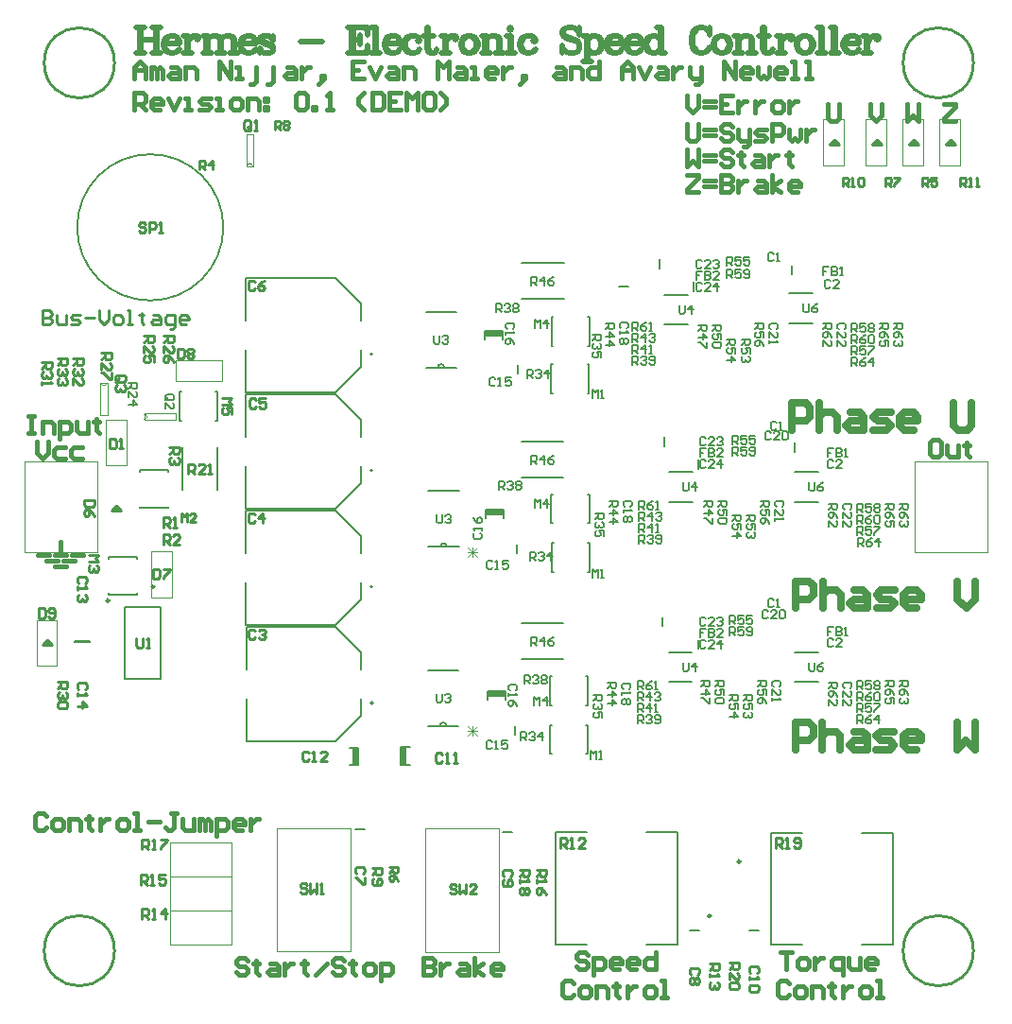
<source format=gbr>
G04*
G04 #@! TF.GenerationSoftware,Altium Limited,Altium Designer,23.6.0 (18)*
G04*
G04 Layer_Color=65535*
%FSLAX25Y25*%
%MOIN*%
G70*
G04*
G04 #@! TF.SameCoordinates,4C77A988-F8BE-4A75-A6A8-83DB4AFB9164*
G04*
G04*
G04 #@! TF.FilePolarity,Positive*
G04*
G01*
G75*
%ADD10C,0.00600*%
%ADD11C,0.00394*%
%ADD12C,0.00984*%
%ADD13C,0.00591*%
%ADD14C,0.00787*%
%ADD15C,0.01000*%
%ADD16C,0.00500*%
%ADD17C,0.00300*%
%ADD18C,0.02500*%
%ADD19C,0.01500*%
%ADD20C,0.02000*%
%ADD21R,0.06299X0.02165*%
%ADD22R,0.06299X0.02165*%
%ADD23R,0.02165X0.06299*%
D10*
X129552Y79283D02*
G03*
X127152Y79283I-1200J0D01*
G01*
X128788Y205588D02*
G03*
X126389Y205588I-1200J0D01*
G01*
X129729Y142400D02*
G03*
X127329Y142400I-1200J0D01*
G01*
X122944Y98983D02*
X133760D01*
X122944Y79283D02*
X133760D01*
X122180Y205588D02*
X132997D01*
X122180Y225288D02*
X132997D01*
X123121Y142400D02*
X133937D01*
X123121Y162100D02*
X133937D01*
D11*
X7734Y200110D02*
G03*
X9604Y200110I935J0D01*
G01*
X22890Y187234D02*
G03*
X22890Y189104I0J935D01*
G01*
X61104Y276630D02*
G03*
X59234Y276630I-935J0D01*
G01*
X9457Y187150D02*
X13000D01*
X9457Y171008D02*
Y187150D01*
Y171008D02*
X16543Y171008D01*
Y187150D01*
X13000Y187150D02*
X16543Y187150D01*
X294705Y140594D02*
X320295D01*
Y172406D01*
X294705D02*
X320295D01*
X294705Y140594D02*
Y172406D01*
X-19295D02*
X6295D01*
X-19295Y140594D02*
Y172406D01*
Y140594D02*
X6295D01*
Y172406D01*
X53748Y14008D02*
X53748Y8988D01*
X32094Y14008D02*
X53748D01*
X32094Y2197D02*
Y14008D01*
Y2197D02*
X53748D01*
Y8988D01*
X53748Y38008D02*
X53748Y32988D01*
X32094Y38008D02*
X53748D01*
X32094Y26197D02*
Y38008D01*
Y26197D02*
X53748D01*
X53748Y32988D01*
X53748Y20988D02*
Y26008D01*
X32094D02*
X53748D01*
X32094D02*
X32094Y14197D01*
X53748Y14197D01*
Y20988D01*
X7734Y200110D02*
X9850D01*
X7488D02*
X9604D01*
X7488Y188890D02*
X7488Y200110D01*
X7488Y188890D02*
X9850Y188890D01*
X9850Y200110D02*
X9850Y188890D01*
X22890Y189350D02*
X22890Y187234D01*
X22890Y186988D02*
Y189104D01*
Y186988D02*
X34110Y186988D01*
X34110Y189350D02*
X34110Y186988D01*
X22890Y189350D02*
X34110Y189350D01*
X50268Y204500D02*
X50268Y200957D01*
X34126Y200957D02*
X50268Y200957D01*
X34126Y200957D02*
X34126Y208043D01*
X50268D01*
Y204500D02*
Y208043D01*
X-12681Y100429D02*
X-7957Y100429D01*
Y116571D01*
X-15043D02*
X-7957D01*
X-15043Y100429D02*
X-15043Y116571D01*
X-15043Y100429D02*
X-12681D01*
X58988Y276630D02*
X61104Y276630D01*
X59234Y276630D02*
X61350Y276630D01*
Y287850D01*
X58988Y287850D02*
X61350Y287850D01*
X58988Y276630D02*
Y287850D01*
X148000Y-500D02*
Y43000D01*
X122000Y-500D02*
X148000D01*
X122000Y43000D02*
X122000Y-500D01*
X122000Y43000D02*
X148000D01*
X95717Y-287D02*
X95717Y43213D01*
X69717Y-287D02*
X95717Y-287D01*
X69717Y-287D02*
X69717Y43213D01*
X95717Y43213D01*
X264819Y276929D02*
X269543Y276929D01*
Y293071D01*
X262457Y293071D02*
X269543Y293071D01*
X262457Y276929D02*
Y293071D01*
Y276929D02*
X264819Y276929D01*
X279819Y276929D02*
X284543D01*
X284543Y293071D01*
X277457Y293071D02*
X284543Y293071D01*
X277457Y276929D02*
Y293071D01*
Y276929D02*
X279819D01*
X292819D02*
X297543D01*
Y293071D01*
X290457D02*
X297543D01*
X290457Y276929D02*
Y293071D01*
Y276929D02*
X292819D01*
X305819D02*
X310543Y276929D01*
Y293071D01*
X303457Y293071D02*
X310543Y293071D01*
X303457Y293071D02*
X303457Y276929D01*
X305819D01*
X25457Y124614D02*
X29000Y124614D01*
X25457Y124614D02*
Y140756D01*
X32543D01*
Y124614D02*
Y140756D01*
X29000Y124614D02*
X32543D01*
D12*
X26469Y128323D02*
G03*
X26469Y128323I-492J0D01*
G01*
X10559Y123461D02*
G03*
X10559Y123461I-492J0D01*
G01*
X233217Y31421D02*
G03*
X233217Y31421I-492J0D01*
G01*
X222768Y12256D02*
G03*
X222768Y12256I-492J0D01*
G01*
D13*
X50787Y255000D02*
G03*
X50787Y255000I-25787J0D01*
G01*
D14*
X103409Y128307D02*
G03*
X103409Y128307I-394J0D01*
G01*
X103410Y169307D02*
G03*
X103410Y169307I-394J0D01*
G01*
X103535Y87307D02*
G03*
X103535Y87307I-394J0D01*
G01*
X103409Y210307D02*
G03*
X103409Y210307I-394J0D01*
G01*
X178734Y69342D02*
X179324Y69342D01*
X165938Y69342D02*
X166529Y69342D01*
X165938Y69342D02*
X165938Y79578D01*
X178734D02*
X179324D01*
X165938D02*
X166529D01*
X179324Y69342D02*
Y79578D01*
X153651Y76059D02*
Y79208D01*
X143882Y91575D02*
X150181D01*
X143882D02*
X143882Y88425D01*
X150181Y88425D02*
Y91575D01*
X179207Y196443D02*
X179797D01*
X166411D02*
X167002D01*
X166411D02*
Y206679D01*
X179207Y206679D02*
X179797D01*
X166411Y206679D02*
X167002Y206679D01*
X179797Y196443D02*
Y206679D01*
X252366Y94784D02*
X260634D01*
X252366Y105217D02*
X260634D01*
X205701Y114425D02*
Y117575D01*
X218299Y106425D02*
Y109575D01*
X206201Y177925D02*
Y181075D01*
X208016Y158224D02*
X216284Y158224D01*
X208016Y168658D02*
X216284D01*
X218299Y169925D02*
Y173075D01*
X252366Y158283D02*
X260634D01*
X252366Y168717D02*
X260634D01*
X252299Y175925D02*
Y179075D01*
X206391Y220871D02*
X214659Y220871D01*
X206391Y231304D02*
X214659Y231304D01*
X155930Y229788D02*
X170891D01*
X155930Y242387D02*
X170891D01*
X216824Y232512D02*
Y235662D01*
X190450Y234135D02*
X193599D01*
X149181Y215425D02*
X149181Y218575D01*
X142882D02*
X142882Y215425D01*
X142882Y218575D02*
X149181D01*
X154525Y203438D02*
Y206587D01*
X250366Y221283D02*
X258634Y221284D01*
X250366Y231717D02*
X258634Y231716D01*
X251299Y238425D02*
Y241575D01*
X179316Y213296D02*
X179907Y213296D01*
X166521Y213296D02*
X167111Y213296D01*
X166521Y213296D02*
X166521Y223532D01*
X179316Y223532D02*
X179907Y223532D01*
X166521Y223532D02*
X167111Y223532D01*
X179907Y213296D02*
Y223532D01*
X204726Y240512D02*
Y243662D01*
X179322Y86452D02*
Y96688D01*
X165936D02*
X166527D01*
X178731D02*
X179322D01*
X165936Y86452D02*
Y96688D01*
Y86452D02*
X166527D01*
X178731D02*
X179322D01*
X155871Y115433D02*
X170832Y115433D01*
X155871Y102834D02*
X170832D01*
X154324Y140012D02*
Y143162D01*
X179970Y133563D02*
Y143800D01*
X166584D02*
X167174D01*
X179379D02*
X179970D01*
X166584Y133563D02*
Y143800D01*
Y133563D02*
X167174Y133563D01*
X179379D02*
X179970Y133563D01*
X149681Y152425D02*
Y155575D01*
X143382D02*
X143382Y152425D01*
X143382Y155575D02*
X149681D01*
X155871Y166788D02*
X170832D01*
X155871Y179386D02*
X170832Y179386D01*
X179868Y150741D02*
X179868Y160977D01*
X166482D02*
X167072D01*
X179277D02*
X179868D01*
X166482Y150741D02*
X166482Y160977D01*
X166482Y150741D02*
X167072D01*
X179277D02*
X179868Y150741D01*
X21209Y156028D02*
X21209Y156618D01*
X21209Y169413D02*
X21209Y168823D01*
X21209Y169413D02*
X31445Y169413D01*
Y156028D02*
X31445Y156618D01*
X31445Y169413D02*
X31445Y168823D01*
X21209Y156028D02*
X31445Y156028D01*
X36201Y162520D02*
Y177480D01*
X48799Y177480D02*
X48799Y162520D01*
X207866Y105217D02*
X216134Y105217D01*
X207866Y94784D02*
X216134D01*
X10209Y125469D02*
X20445D01*
X20445Y138264D02*
Y138854D01*
Y126059D02*
X20445Y125469D01*
X10209Y138854D02*
X20445D01*
X10209Y138264D02*
Y138854D01*
Y125469D02*
Y126059D01*
X-1591Y108913D02*
X3528D01*
X-1591Y109087D02*
X3528D01*
X16169Y95705D02*
Y121295D01*
Y95705D02*
X28768D01*
Y121295D01*
X16169D02*
X28768D01*
X149425Y41744D02*
X152575D01*
X276031Y41362D02*
X287154D01*
X243847D02*
X254969D01*
X243847Y1992D02*
Y41362D01*
X276031Y1992D02*
X287154D01*
X243847D02*
X254969D01*
X287154D02*
Y41362D01*
X167847Y2315D02*
X178969D01*
X200031D02*
X211154D01*
Y41685D01*
X167847D02*
X178969D01*
X200031D02*
X211154D01*
X167847Y2315D02*
Y41685D01*
X97425Y42858D02*
X100575D01*
X236425Y7299D02*
X239575D01*
X215425Y7299D02*
X218575D01*
X48693Y186882D02*
X48693Y197118D01*
X35307D02*
X35898D01*
X48102D02*
X48693D01*
X35307Y186882D02*
Y197118D01*
Y186882D02*
X35898Y186882D01*
X48102D02*
X48693Y186882D01*
X95175Y65350D02*
X98325D01*
X95175Y71650D02*
X98325Y71650D01*
Y65350D02*
Y71650D01*
X113384Y71681D02*
X116533D01*
X113384Y65382D02*
X116533Y65382D01*
X113384Y65382D02*
Y71681D01*
D15*
X315400Y0D02*
G03*
X315400Y0I-12400J0D01*
G01*
X12400D02*
G03*
X12400Y0I-12400J0D01*
G01*
X315400Y313000D02*
G03*
X315400Y313000I-12400J0D01*
G01*
X12400D02*
G03*
X12400Y313000I-12400J0D01*
G01*
X-12386Y108303D02*
X-10614Y108303D01*
X-12976Y107713D02*
X-12386Y108303D01*
X-12976Y107713D02*
X-12976Y107713D01*
X-12976Y107713D02*
X-11303Y109386D01*
Y109386D01*
X-12976Y107713D02*
X-9630D01*
X-11303Y109386D02*
X-9630Y107713D01*
X265114Y284803D02*
X266886D01*
X264524Y284213D02*
X265114Y284803D01*
X264524Y284213D02*
X266197Y285886D01*
X266197D01*
X264524Y284213D02*
X267870Y284213D01*
X266197Y285886D02*
X267870Y284213D01*
X280114Y284803D02*
X281886Y284803D01*
X279524Y284213D02*
X280114Y284803D01*
X279524Y284213D02*
X279524Y284213D01*
X279524Y284213D02*
X281197Y285886D01*
X281197Y285886D01*
X279524Y284213D02*
X282870Y284213D01*
X281197Y285886D02*
X282870Y284213D01*
X293114Y284803D02*
X294886D01*
X292524Y284213D02*
X293114Y284803D01*
X292524Y284213D02*
X292524Y284213D01*
X292524Y284213D02*
X294197Y285886D01*
X294197D01*
X292524Y284213D02*
X295870Y284213D01*
X294197Y285886D02*
X295870Y284213D01*
X306114Y284803D02*
X307886Y284803D01*
X305524Y284213D02*
X306114Y284803D01*
X305524Y284213D02*
X305524D01*
X305524D02*
X307197Y285886D01*
X307197Y285886D01*
X305524Y284213D02*
X308870D01*
X307197Y285886D02*
X308870Y284213D01*
X11917Y155803D02*
X13689D01*
X11327Y155213D02*
X11917Y155803D01*
X11327Y155213D02*
X11327D01*
X11327D02*
X13000Y156886D01*
X13000D01*
X11327Y155213D02*
X14673D01*
X13000Y156886D02*
X14673Y155213D01*
X-13000Y225664D02*
Y220666D01*
X-10501D01*
X-9668Y221499D01*
Y222332D01*
X-10501Y223165D01*
X-13000D01*
X-10501D01*
X-9668Y223998D01*
Y224831D01*
X-10501Y225664D01*
X-13000D01*
X-8002Y223998D02*
Y221499D01*
X-7169Y220666D01*
X-4669D01*
Y223998D01*
X-3003Y220666D02*
X-504D01*
X329Y221499D01*
X-504Y222332D01*
X-2170D01*
X-3003Y223165D01*
X-2170Y223998D01*
X329D01*
X1995Y223165D02*
X5327D01*
X6994Y225664D02*
Y222332D01*
X8660Y220666D01*
X10326Y222332D01*
Y225664D01*
X12825Y220666D02*
X14491D01*
X15324Y221499D01*
Y223165D01*
X14491Y223998D01*
X12825D01*
X11992Y223165D01*
Y221499D01*
X12825Y220666D01*
X16990D02*
X18656D01*
X17823D01*
Y225664D01*
X16990D01*
X21989Y224831D02*
Y223998D01*
X21156D01*
X22822D01*
X21989D01*
Y221499D01*
X22822Y220666D01*
X26154Y223998D02*
X27820D01*
X28653Y223165D01*
Y220666D01*
X26154D01*
X25321Y221499D01*
X26154Y222332D01*
X28653D01*
X31985Y219000D02*
X32818D01*
X33652Y219833D01*
Y223998D01*
X31152D01*
X30319Y223165D01*
Y221499D01*
X31152Y220666D01*
X33652D01*
X37817D02*
X36151D01*
X35318Y221499D01*
Y223165D01*
X36151Y223998D01*
X37817D01*
X38650Y223165D01*
Y222332D01*
X35318D01*
X34584Y212249D02*
Y208751D01*
X36334D01*
X36917Y209334D01*
Y211666D01*
X36334Y212249D01*
X34584D01*
X38083Y211666D02*
X38666Y212249D01*
X39833D01*
X40416Y211666D01*
Y211083D01*
X39833Y210500D01*
X40416Y209917D01*
Y209334D01*
X39833Y208751D01*
X38666D01*
X38083Y209334D01*
Y209917D01*
X38666Y210500D01*
X38083Y211083D01*
Y211666D01*
X38666Y210500D02*
X39833D01*
X68863Y289500D02*
Y292499D01*
X70363D01*
X70862Y292000D01*
Y291000D01*
X70363Y290500D01*
X68863D01*
X69863D02*
X70862Y289500D01*
X71862Y292000D02*
X72362Y292499D01*
X73362D01*
X73861Y292000D01*
Y291500D01*
X73362Y291000D01*
X73861Y290500D01*
Y290000D01*
X73362Y289500D01*
X72362D01*
X71862Y290000D01*
Y290500D01*
X72362Y291000D01*
X71862Y291500D01*
Y292000D01*
X72362Y291000D02*
X73362D01*
X-7718Y94665D02*
X-4219D01*
Y92916D01*
X-4802Y92333D01*
X-5968D01*
X-6552Y92916D01*
Y94665D01*
Y93499D02*
X-7718Y92333D01*
X-4802Y91166D02*
X-4219Y90583D01*
Y89417D01*
X-4802Y88834D01*
X-5385D01*
X-5968Y89417D01*
Y90000D01*
Y89417D01*
X-6552Y88834D01*
X-7135D01*
X-7718Y89417D01*
Y90583D01*
X-7135Y91166D01*
X-4802Y87667D02*
X-4219Y87084D01*
Y85918D01*
X-4802Y85335D01*
X-7135D01*
X-7718Y85918D01*
Y87084D01*
X-7135Y87667D01*
X-4802D01*
X161251Y28492D02*
X164749D01*
Y26742D01*
X164166Y26159D01*
X163000D01*
X162417Y26742D01*
Y28492D01*
Y27325D02*
X161251Y26159D01*
Y24993D02*
Y23826D01*
Y24410D01*
X164749D01*
X164166Y24993D01*
X164749Y19745D02*
X164166Y20911D01*
X163000Y22077D01*
X161834D01*
X161251Y21494D01*
Y20328D01*
X161834Y19745D01*
X162417D01*
X163000Y20328D01*
Y22077D01*
X310751Y269500D02*
Y272499D01*
X312251D01*
X312750Y272000D01*
Y271000D01*
X312251Y270500D01*
X310751D01*
X311751D02*
X312750Y269500D01*
X313750D02*
X314750D01*
X314250D01*
Y272499D01*
X313750Y272000D01*
X316249Y269500D02*
X317249D01*
X316749D01*
Y272499D01*
X316249Y272000D01*
X269251Y269500D02*
Y272499D01*
X270751D01*
X271251Y272000D01*
Y271000D01*
X270751Y270500D01*
X269251D01*
X270251D02*
X271251Y269500D01*
X272250D02*
X273250D01*
X272750D01*
Y272499D01*
X272250Y272000D01*
X274749D02*
X275249Y272499D01*
X276249D01*
X276749Y272000D01*
Y270000D01*
X276249Y269500D01*
X275249D01*
X274749Y270000D01*
Y272000D01*
X284501Y269500D02*
Y272499D01*
X286000D01*
X286500Y272000D01*
Y271000D01*
X286000Y270500D01*
X284501D01*
X285501D02*
X286500Y269500D01*
X287500Y272499D02*
X289499D01*
Y272000D01*
X287500Y270000D01*
Y269500D01*
X109501Y29499D02*
X112499D01*
Y28000D01*
X112000Y27500D01*
X111000D01*
X110500Y28000D01*
Y29499D01*
Y28499D02*
X109501Y27500D01*
X112499Y24501D02*
X112000Y25501D01*
X111000Y26500D01*
X110000D01*
X109501Y26000D01*
Y25001D01*
X110000Y24501D01*
X110500D01*
X111000Y25001D01*
Y26500D01*
X297501Y269500D02*
Y272499D01*
X299000D01*
X299500Y272000D01*
Y271000D01*
X299000Y270500D01*
X297501D01*
X298500D02*
X299500Y269500D01*
X302499Y272499D02*
X300500D01*
Y271000D01*
X301500Y271500D01*
X301999D01*
X302499Y271000D01*
Y270000D01*
X301999Y269500D01*
X301000D01*
X300500Y270000D01*
X42501Y275500D02*
Y278500D01*
X44000D01*
X44500Y278000D01*
Y277000D01*
X44000Y276500D01*
X42501D01*
X43501D02*
X44500Y275500D01*
X46999D02*
Y278500D01*
X45500Y277000D01*
X47499D01*
X23408Y256166D02*
X22825Y256749D01*
X21659D01*
X21076Y256166D01*
Y255583D01*
X21659Y255000D01*
X22825D01*
X23408Y254417D01*
Y253834D01*
X22825Y253251D01*
X21659D01*
X21076Y253834D01*
X24574Y253251D02*
Y256749D01*
X26324D01*
X26907Y256166D01*
Y255000D01*
X26324Y254417D01*
X24574D01*
X28073Y253251D02*
X29239D01*
X28656D01*
Y256749D01*
X28073Y256166D01*
X60500Y289834D02*
Y292166D01*
X59917Y292749D01*
X58751D01*
X58167Y292166D01*
Y289834D01*
X58751Y289251D01*
X59917D01*
X59334Y290417D02*
X60500Y289251D01*
X59917D02*
X60500Y289834D01*
X61666Y289251D02*
X62833D01*
X62249D01*
Y292749D01*
X61666Y292166D01*
X20136Y110249D02*
Y107334D01*
X20719Y106751D01*
X21885D01*
X22468Y107334D01*
Y110249D01*
X23635Y106751D02*
X24801D01*
X24218D01*
Y110249D01*
X23635Y109666D01*
X132951Y22954D02*
X132368Y23537D01*
X131201D01*
X130618Y22954D01*
Y22371D01*
X131201Y21787D01*
X132368D01*
X132951Y21204D01*
Y20621D01*
X132368Y20038D01*
X131201D01*
X130618Y20621D01*
X134117Y23537D02*
Y20038D01*
X135284Y21204D01*
X136450Y20038D01*
Y23537D01*
X139949Y20038D02*
X137616D01*
X139949Y22371D01*
Y22954D01*
X139365Y23537D01*
X138199D01*
X137616Y22954D01*
X80251Y23166D02*
X79667Y23749D01*
X78501D01*
X77918Y23166D01*
Y22583D01*
X78501Y22000D01*
X79667D01*
X80251Y21417D01*
Y20834D01*
X79667Y20251D01*
X78501D01*
X77918Y20834D01*
X81417Y23749D02*
Y20251D01*
X82583Y21417D01*
X83749Y20251D01*
Y23749D01*
X84916Y20251D02*
X86082D01*
X85499D01*
Y23749D01*
X84916Y23166D01*
X-7749Y208724D02*
X-4251D01*
Y206975D01*
X-4834Y206392D01*
X-6000D01*
X-6583Y206975D01*
Y208724D01*
Y207558D02*
X-7749Y206392D01*
X-4834Y205225D02*
X-4251Y204642D01*
Y203476D01*
X-4834Y202893D01*
X-5417D01*
X-6000Y203476D01*
Y204059D01*
Y203476D01*
X-6583Y202893D01*
X-7166D01*
X-7749Y203476D01*
Y204642D01*
X-7166Y205225D01*
X-4834Y201727D02*
X-4251Y201143D01*
Y199977D01*
X-4834Y199394D01*
X-5417D01*
X-6000Y199977D01*
Y200560D01*
Y199977D01*
X-6583Y199394D01*
X-7166D01*
X-7749Y199977D01*
Y201143D01*
X-7166Y201727D01*
X-2249Y208665D02*
X1249D01*
Y206916D01*
X666Y206333D01*
X-500D01*
X-1083Y206916D01*
Y208665D01*
Y207499D02*
X-2249Y206333D01*
X666Y205166D02*
X1249Y204583D01*
Y203417D01*
X666Y202834D01*
X83D01*
X-500Y203417D01*
Y204000D01*
Y203417D01*
X-1083Y202834D01*
X-1666D01*
X-2249Y203417D01*
Y204583D01*
X-1666Y205166D01*
X-2249Y199335D02*
Y201667D01*
X83Y199335D01*
X666D01*
X1249Y199918D01*
Y201084D01*
X666Y201667D01*
X-13249Y207641D02*
X-9751D01*
Y205892D01*
X-10334Y205309D01*
X-11500D01*
X-12083Y205892D01*
Y207641D01*
Y206475D02*
X-13249Y205309D01*
X-10334Y204142D02*
X-9751Y203559D01*
Y202393D01*
X-10334Y201810D01*
X-10917D01*
X-11500Y202393D01*
Y202976D01*
Y202393D01*
X-12083Y201810D01*
X-12666D01*
X-13249Y202393D01*
Y203559D01*
X-12666Y204142D01*
X-13249Y200643D02*
Y199477D01*
Y200060D01*
X-9751D01*
X-10334Y200643D01*
X7751Y210665D02*
X11249D01*
Y208916D01*
X10666Y208333D01*
X9500D01*
X8917Y208916D01*
Y210665D01*
Y209499D02*
X7751Y208333D01*
Y204834D02*
Y207166D01*
X10083Y204834D01*
X10666D01*
X11249Y205417D01*
Y206583D01*
X10666Y207166D01*
X11249Y203667D02*
Y201335D01*
X10666D01*
X8334Y203667D01*
X7751D01*
X29751Y216724D02*
X33249D01*
Y214975D01*
X32666Y214392D01*
X31500D01*
X30917Y214975D01*
Y216724D01*
Y215558D02*
X29751Y214392D01*
Y210893D02*
Y213225D01*
X32083Y210893D01*
X32666D01*
X33249Y211476D01*
Y212642D01*
X32666Y213225D01*
X33249Y207394D02*
X32666Y208560D01*
X31500Y209727D01*
X30334D01*
X29751Y209143D01*
Y207977D01*
X30334Y207394D01*
X30917D01*
X31500Y207977D01*
Y209727D01*
X22751Y216665D02*
X26249D01*
Y214916D01*
X25666Y214333D01*
X24500D01*
X23917Y214916D01*
Y216665D01*
Y215499D02*
X22751Y214333D01*
Y210834D02*
Y213166D01*
X25083Y210834D01*
X25666D01*
X26249Y211417D01*
Y212583D01*
X25666Y213166D01*
X26249Y207335D02*
Y209667D01*
X24500D01*
X25083Y208501D01*
Y207918D01*
X24500Y207335D01*
X23334D01*
X22751Y207918D01*
Y209084D01*
X23334Y209667D01*
X38418Y168136D02*
Y171635D01*
X40167D01*
X40751Y171052D01*
Y169886D01*
X40167Y169303D01*
X38418D01*
X39584D02*
X40751Y168136D01*
X44249D02*
X41917D01*
X44249Y170469D01*
Y171052D01*
X43666Y171635D01*
X42500D01*
X41917Y171052D01*
X45416Y168136D02*
X46582D01*
X45999D01*
Y171635D01*
X45416Y171052D01*
X229251Y-4335D02*
X232749D01*
Y-6084D01*
X232166Y-6667D01*
X231000D01*
X230417Y-6084D01*
Y-4335D01*
Y-5501D02*
X229251Y-6667D01*
Y-10166D02*
Y-7834D01*
X231583Y-10166D01*
X232166D01*
X232749Y-9583D01*
Y-8417D01*
X232166Y-7834D01*
Y-11333D02*
X232749Y-11916D01*
Y-13082D01*
X232166Y-13665D01*
X229834D01*
X229251Y-13082D01*
Y-11916D01*
X229834Y-11333D01*
X232166D01*
X245626Y36251D02*
Y39749D01*
X247376D01*
X247959Y39166D01*
Y38000D01*
X247376Y37417D01*
X245626D01*
X246793D02*
X247959Y36251D01*
X249125D02*
X250292D01*
X249708D01*
Y39749D01*
X249125Y39166D01*
X252041Y36834D02*
X252624Y36251D01*
X253790D01*
X254374Y36834D01*
Y39166D01*
X253790Y39749D01*
X252624D01*
X252041Y39166D01*
Y38583D01*
X252624Y38000D01*
X254374D01*
X155251Y28492D02*
X158749D01*
Y26742D01*
X158166Y26159D01*
X157000D01*
X156417Y26742D01*
Y28492D01*
Y27325D02*
X155251Y26159D01*
Y24993D02*
Y23826D01*
Y24410D01*
X158749D01*
X158166Y24993D01*
Y22077D02*
X158749Y21494D01*
Y20328D01*
X158166Y19745D01*
X157583D01*
X157000Y20328D01*
X156417Y19745D01*
X155834D01*
X155251Y20328D01*
Y21494D01*
X155834Y22077D01*
X156417D01*
X157000Y21494D01*
X157583Y22077D01*
X158166D01*
X157000Y21494D02*
Y20328D01*
X22126Y35751D02*
Y39249D01*
X23876D01*
X24459Y38666D01*
Y37500D01*
X23876Y36917D01*
X22126D01*
X23293D02*
X24459Y35751D01*
X25625D02*
X26792D01*
X26208D01*
Y39249D01*
X25625Y38666D01*
X28541Y39249D02*
X30874D01*
Y38666D01*
X28541Y36334D01*
Y35751D01*
X21626Y23251D02*
Y26750D01*
X23376D01*
X23959Y26166D01*
Y25000D01*
X23376Y24417D01*
X21626D01*
X22793D02*
X23959Y23251D01*
X25125D02*
X26292D01*
X25708D01*
Y26750D01*
X25125Y26166D01*
X30374Y26750D02*
X28041D01*
Y25000D01*
X29207Y25583D01*
X29790D01*
X30374Y25000D01*
Y23834D01*
X29790Y23251D01*
X28624D01*
X28041Y23834D01*
X22126Y11251D02*
Y14749D01*
X23876D01*
X24459Y14166D01*
Y13000D01*
X23876Y12417D01*
X22126D01*
X23293D02*
X24459Y11251D01*
X25625D02*
X26792D01*
X26208D01*
Y14749D01*
X25625Y14166D01*
X30290Y11251D02*
Y14749D01*
X28541Y13000D01*
X30874D01*
X222251Y-4626D02*
X225749D01*
Y-6376D01*
X225166Y-6959D01*
X224000D01*
X223417Y-6376D01*
Y-4626D01*
Y-5793D02*
X222251Y-6959D01*
Y-8125D02*
Y-9292D01*
Y-8708D01*
X225749D01*
X225166Y-8125D01*
Y-11041D02*
X225749Y-11624D01*
Y-12790D01*
X225166Y-13374D01*
X224583D01*
X224000Y-12790D01*
Y-12207D01*
Y-12790D01*
X223417Y-13374D01*
X222834D01*
X222251Y-12790D01*
Y-11624D01*
X222834Y-11041D01*
X169626Y36251D02*
Y39749D01*
X171376D01*
X171959Y39166D01*
Y38000D01*
X171376Y37417D01*
X169626D01*
X170793D02*
X171959Y36251D01*
X173125D02*
X174292D01*
X173708D01*
Y39749D01*
X173125Y39166D01*
X178374Y36251D02*
X176041D01*
X178374Y38583D01*
Y39166D01*
X177790Y39749D01*
X176624D01*
X176041Y39166D01*
X103251Y29030D02*
X106749D01*
Y27281D01*
X106166Y26697D01*
X105000D01*
X104417Y27281D01*
Y29030D01*
Y27864D02*
X103251Y26697D01*
X103834Y25531D02*
X103251Y24948D01*
Y23782D01*
X103834Y23198D01*
X106166D01*
X106749Y23782D01*
Y24948D01*
X106166Y25531D01*
X105583D01*
X105000Y24948D01*
Y23198D01*
X31751Y177416D02*
X35249D01*
Y175666D01*
X34666Y175083D01*
X33500D01*
X32917Y175666D01*
Y177416D01*
Y176249D02*
X31751Y175083D01*
X34666Y173917D02*
X35249Y173334D01*
Y172167D01*
X34666Y171584D01*
X34083D01*
X33500Y172167D01*
Y172751D01*
Y172167D01*
X32917Y171584D01*
X32334D01*
X31751Y172167D01*
Y173334D01*
X32334Y173917D01*
X29584Y143251D02*
Y146749D01*
X31334D01*
X31917Y146166D01*
Y145000D01*
X31334Y144417D01*
X29584D01*
X30751D02*
X31917Y143251D01*
X35416D02*
X33083D01*
X35416Y145583D01*
Y146166D01*
X34833Y146749D01*
X33666D01*
X33083Y146166D01*
X29667Y149251D02*
Y152749D01*
X31417D01*
X32000Y152166D01*
Y151000D01*
X31417Y150417D01*
X29667D01*
X30834D02*
X32000Y149251D01*
X33166D02*
X34333D01*
X33749D01*
Y152749D01*
X33166Y152166D01*
X13334Y200583D02*
X15666D01*
X16249Y201166D01*
Y202333D01*
X15666Y202916D01*
X13334D01*
X12751Y202333D01*
Y201166D01*
X13917Y201749D02*
X12751Y200583D01*
Y201166D02*
X13334Y200583D01*
X15666Y199417D02*
X16249Y198834D01*
Y197667D01*
X15666Y197084D01*
X15083D01*
X14500Y197667D01*
Y198251D01*
Y197667D01*
X13917Y197084D01*
X13334D01*
X12751Y197667D01*
Y198834D01*
X13334Y199417D01*
X50251Y194916D02*
X53749D01*
X52583Y193749D01*
X53749Y192583D01*
X50251D01*
X53749Y189084D02*
Y191417D01*
X52000D01*
X52583Y190251D01*
Y189667D01*
X52000Y189084D01*
X50834D01*
X50251Y189667D01*
Y190834D01*
X50834Y191417D01*
X3251Y139416D02*
X6749D01*
X5583Y138249D01*
X6749Y137083D01*
X3251D01*
X6166Y135917D02*
X6749Y135334D01*
Y134167D01*
X6166Y133584D01*
X5583D01*
X5000Y134167D01*
Y134751D01*
Y134167D01*
X4417Y133584D01*
X3834D01*
X3251Y134167D01*
Y135334D01*
X3834Y135917D01*
X36001Y151000D02*
Y153999D01*
X37001Y153000D01*
X38000Y153999D01*
Y151000D01*
X40999D02*
X39000D01*
X40999Y153000D01*
Y153500D01*
X40499Y153999D01*
X39500D01*
X39000Y153500D01*
X-14416Y120749D02*
Y117251D01*
X-12666D01*
X-12083Y117834D01*
Y120166D01*
X-12666Y120749D01*
X-14416D01*
X-10917Y117834D02*
X-10334Y117251D01*
X-9167D01*
X-8584Y117834D01*
Y120166D01*
X-9167Y120749D01*
X-10334D01*
X-10917Y120166D01*
Y119583D01*
X-10334Y119000D01*
X-8584D01*
X26084Y134631D02*
Y131132D01*
X27834D01*
X28417Y131716D01*
Y134048D01*
X27834Y134631D01*
X26084D01*
X29583D02*
X31916D01*
Y134048D01*
X29583Y131716D01*
Y131132D01*
X5249Y158916D02*
X1751D01*
Y157166D01*
X2334Y156583D01*
X4666D01*
X5249Y157166D01*
Y158916D01*
Y153084D02*
X4666Y154251D01*
X3500Y155417D01*
X2334D01*
X1751Y154834D01*
Y153667D01*
X2334Y153084D01*
X2917D01*
X3500Y153667D01*
Y155417D01*
X10667Y180513D02*
Y177014D01*
X12417D01*
X13000Y177597D01*
Y179930D01*
X12417Y180513D01*
X10667D01*
X14166Y177014D02*
X15333D01*
X14749D01*
Y180513D01*
X14166Y179930D01*
X2135Y92041D02*
X2718Y92624D01*
Y93790D01*
X2135Y94374D01*
X-198D01*
X-781Y93790D01*
Y92624D01*
X-198Y92041D01*
X-781Y90875D02*
Y89708D01*
Y90292D01*
X2718D01*
X2135Y90875D01*
X-781Y86210D02*
X2718D01*
X969Y87959D01*
Y85626D01*
X2166Y129541D02*
X2749Y130124D01*
Y131290D01*
X2166Y131874D01*
X-166D01*
X-749Y131290D01*
Y130124D01*
X-166Y129541D01*
X-749Y128375D02*
Y127208D01*
Y127792D01*
X2749D01*
X2166Y128375D01*
Y125459D02*
X2749Y124876D01*
Y123710D01*
X2166Y123126D01*
X1583D01*
X1000Y123710D01*
Y124293D01*
Y123710D01*
X417Y123126D01*
X-166D01*
X-749Y123710D01*
Y124876D01*
X-166Y125459D01*
X80959Y69666D02*
X80376Y70249D01*
X79210D01*
X78626Y69666D01*
Y67334D01*
X79210Y66751D01*
X80376D01*
X80959Y67334D01*
X82125Y66751D02*
X83292D01*
X82708D01*
Y70249D01*
X82125Y69666D01*
X87374Y66751D02*
X85041D01*
X87374Y69083D01*
Y69666D01*
X86790Y70249D01*
X85624D01*
X85041Y69666D01*
X128042Y69166D02*
X127459Y69749D01*
X126293D01*
X125710Y69166D01*
Y66834D01*
X126293Y66251D01*
X127459D01*
X128042Y66834D01*
X129208Y66251D02*
X130375D01*
X129792D01*
Y69749D01*
X129208Y69166D01*
X132124Y66251D02*
X133290D01*
X132707D01*
Y69749D01*
X132124Y69166D01*
X239166Y-7959D02*
X239749Y-7376D01*
Y-6210D01*
X239166Y-5626D01*
X236834D01*
X236251Y-6210D01*
Y-7376D01*
X236834Y-7959D01*
X236251Y-9125D02*
Y-10292D01*
Y-9708D01*
X239749D01*
X239166Y-9125D01*
Y-12041D02*
X239749Y-12624D01*
Y-13790D01*
X239166Y-14374D01*
X236834D01*
X236251Y-13790D01*
Y-12624D01*
X236834Y-12041D01*
X239166D01*
X152166Y26178D02*
X152749Y26761D01*
Y27927D01*
X152166Y28510D01*
X149834D01*
X149251Y27927D01*
Y26761D01*
X149834Y26178D01*
Y25011D02*
X149251Y24428D01*
Y23262D01*
X149834Y22679D01*
X152166D01*
X152749Y23262D01*
Y24428D01*
X152166Y25011D01*
X151583D01*
X151000Y24428D01*
Y22679D01*
X218166Y-8417D02*
X218749Y-7834D01*
Y-6667D01*
X218166Y-6084D01*
X215834D01*
X215251Y-6667D01*
Y-7834D01*
X215834Y-8417D01*
X218166Y-9583D02*
X218749Y-10166D01*
Y-11333D01*
X218166Y-11916D01*
X217583D01*
X217000Y-11333D01*
X216417Y-11916D01*
X215834D01*
X215251Y-11333D01*
Y-10166D01*
X215834Y-9583D01*
X216417D01*
X217000Y-10166D01*
X217583Y-9583D01*
X218166D01*
X217000Y-10166D02*
Y-11333D01*
X100166Y27142D02*
X100749Y27725D01*
Y28892D01*
X100166Y29475D01*
X97834D01*
X97251Y28892D01*
Y27725D01*
X97834Y27142D01*
X100749Y25976D02*
Y23643D01*
X100166D01*
X97834Y25976D01*
X97251D01*
X61917Y235666D02*
X61334Y236249D01*
X60167D01*
X59584Y235666D01*
Y233334D01*
X60167Y232751D01*
X61334D01*
X61917Y233334D01*
X65416Y236249D02*
X64249Y235666D01*
X63083Y234500D01*
Y233334D01*
X63666Y232751D01*
X64833D01*
X65416Y233334D01*
Y233917D01*
X64833Y234500D01*
X63083D01*
X62291Y194166D02*
X61708Y194749D01*
X60541D01*
X59958Y194166D01*
Y191834D01*
X60541Y191251D01*
X61708D01*
X62291Y191834D01*
X65790Y194749D02*
X63457D01*
Y193000D01*
X64623Y193583D01*
X65207D01*
X65790Y193000D01*
Y191834D01*
X65207Y191251D01*
X64040D01*
X63457Y191834D01*
X61917Y153666D02*
X61334Y154249D01*
X60167D01*
X59584Y153666D01*
Y151334D01*
X60167Y150751D01*
X61334D01*
X61917Y151334D01*
X64833Y150751D02*
Y154249D01*
X63083Y152500D01*
X65416D01*
X62043Y112666D02*
X61460Y113250D01*
X60293D01*
X59710Y112666D01*
Y110334D01*
X60293Y109751D01*
X61460D01*
X62043Y110334D01*
X63209Y112666D02*
X63792Y113250D01*
X64959D01*
X65542Y112666D01*
Y112083D01*
X64959Y111500D01*
X64375D01*
X64959D01*
X65542Y110917D01*
Y110334D01*
X64959Y109751D01*
X63792D01*
X63209Y110334D01*
D16*
X99276Y123779D02*
Y129882D01*
X90220Y114724D02*
X99276Y123779D01*
X58724Y114724D02*
X90220D01*
X58724Y129882D02*
X58724Y114724D01*
X58724Y140118D02*
Y155276D01*
X90220D01*
X99276Y146221D01*
Y140118D02*
Y146221D01*
Y164779D02*
Y170882D01*
X90220Y155724D02*
X99276Y164779D01*
X58724Y155724D02*
X90220Y155724D01*
X58724Y170882D02*
X58724Y155724D01*
X58724Y196276D02*
X58724Y181118D01*
X58724Y196276D02*
X90220Y196276D01*
X99276Y187221D01*
Y181118D02*
Y187221D01*
X99402Y82780D02*
Y88882D01*
X90346Y73724D02*
X99402Y82780D01*
X58850Y73724D02*
X90346Y73724D01*
X58850Y73724D02*
Y88882D01*
Y99118D02*
Y114276D01*
X90346D01*
X99402Y105220D01*
Y99118D02*
Y105220D01*
X99276Y205780D02*
Y211882D01*
X90220Y196724D02*
X99276Y205780D01*
X58724Y196724D02*
X90220Y196724D01*
X58724Y196724D02*
Y211882D01*
Y222118D02*
X58724Y237276D01*
X90220D01*
X99276Y228221D01*
Y222118D02*
Y228221D01*
X153000Y219249D02*
X153499Y219749D01*
Y220749D01*
X153000Y221249D01*
X151000D01*
X150501Y220749D01*
Y219749D01*
X151000Y219249D01*
X150501Y218250D02*
Y217250D01*
Y217750D01*
X153499D01*
X153000Y218250D01*
X153499Y213751D02*
X153000Y214751D01*
X152000Y215751D01*
X151000D01*
X150501Y215251D01*
Y214251D01*
X151000Y213751D01*
X151500D01*
X152000Y214251D01*
Y215751D01*
X219525Y239587D02*
X217526D01*
Y238087D01*
X218526D01*
X217526D01*
Y236588D01*
X220525Y239587D02*
Y236588D01*
X222025D01*
X222524Y237088D01*
Y237587D01*
X222025Y238087D01*
X220525D01*
X222025D01*
X222524Y238587D01*
Y239087D01*
X222025Y239587D01*
X220525D01*
X225523Y236588D02*
X223524D01*
X225523Y238587D01*
Y239087D01*
X225024Y239587D01*
X224024D01*
X223524Y239087D01*
X221001Y176999D02*
X219001D01*
Y175500D01*
X220001D01*
X219001D01*
Y174001D01*
X222000Y176999D02*
Y174001D01*
X223500D01*
X224000Y174500D01*
Y175000D01*
X223500Y175500D01*
X222000D01*
X223500D01*
X224000Y176000D01*
Y176500D01*
X223500Y176999D01*
X222000D01*
X226999Y174001D02*
X224999D01*
X226999Y176000D01*
Y176500D01*
X226499Y176999D01*
X225499D01*
X224999Y176500D01*
X221001Y113499D02*
X219001D01*
Y112000D01*
X220001D01*
X219001D01*
Y110501D01*
X222000Y113499D02*
Y110501D01*
X223500D01*
X224000Y111000D01*
Y111500D01*
X223500Y112000D01*
X222000D01*
X223500D01*
X224000Y112500D01*
Y113000D01*
X223500Y113499D01*
X222000D01*
X226999Y110501D02*
X224999D01*
X226999Y112500D01*
Y113000D01*
X226499Y113499D01*
X225499D01*
X224999Y113000D01*
X264500Y241000D02*
X262501D01*
Y239500D01*
X263501D01*
X262501D01*
Y238000D01*
X265500Y241000D02*
Y238000D01*
X267000D01*
X267499Y238500D01*
Y239000D01*
X267000Y239500D01*
X265500D01*
X267000D01*
X267499Y240000D01*
Y240500D01*
X267000Y241000D01*
X265500D01*
X268499Y238000D02*
X269499D01*
X268999D01*
Y241000D01*
X268499Y240500D01*
X266001Y176999D02*
X264001D01*
Y175500D01*
X265001D01*
X264001D01*
Y174001D01*
X267000Y176999D02*
Y174001D01*
X268500D01*
X269000Y174500D01*
Y175000D01*
X268500Y175500D01*
X267000D01*
X268500D01*
X269000Y176000D01*
Y176500D01*
X268500Y176999D01*
X267000D01*
X269999Y174001D02*
X270999D01*
X270499D01*
Y176999D01*
X269999Y176500D01*
X266001Y113999D02*
X264001D01*
Y112500D01*
X265001D01*
X264001D01*
Y111001D01*
X267000Y113999D02*
Y111001D01*
X268500D01*
X269000Y111500D01*
Y112000D01*
X268500Y112500D01*
X267000D01*
X268500D01*
X269000Y113000D01*
Y113500D01*
X268500Y113999D01*
X267000D01*
X269999Y111001D02*
X270999D01*
X270499D01*
Y113999D01*
X269999Y113500D01*
X219525Y235087D02*
X219026Y235587D01*
X218026D01*
X217526Y235087D01*
Y233088D01*
X218026Y232588D01*
X219026D01*
X219525Y233088D01*
X222524Y232588D02*
X220525D01*
X222524Y234587D01*
Y235087D01*
X222025Y235587D01*
X221025D01*
X220525Y235087D01*
X225024Y232588D02*
Y235587D01*
X223524Y234087D01*
X225523D01*
X221001Y172500D02*
X220501Y173000D01*
X219501D01*
X219001Y172500D01*
Y170500D01*
X219501Y170001D01*
X220501D01*
X221001Y170500D01*
X224000Y170001D02*
X222000D01*
X224000Y172000D01*
Y172500D01*
X223500Y173000D01*
X222500D01*
X222000Y172500D01*
X226499Y170001D02*
Y173000D01*
X224999Y171500D01*
X226999D01*
X221001Y109000D02*
X220501Y109500D01*
X219501D01*
X219001Y109000D01*
Y107000D01*
X219501Y106500D01*
X220501D01*
X221001Y107000D01*
X224000Y106500D02*
X222000D01*
X224000Y108500D01*
Y109000D01*
X223500Y109500D01*
X222500D01*
X222000Y109000D01*
X226499Y106500D02*
Y109500D01*
X224999Y108000D01*
X226999D01*
X219525Y243087D02*
X219026Y243587D01*
X218026D01*
X217526Y243087D01*
Y241088D01*
X218026Y240588D01*
X219026D01*
X219525Y241088D01*
X222524Y240588D02*
X220525D01*
X222524Y242587D01*
Y243087D01*
X222025Y243587D01*
X221025D01*
X220525Y243087D01*
X223524D02*
X224024Y243587D01*
X225024D01*
X225523Y243087D01*
Y242587D01*
X225024Y242087D01*
X224524D01*
X225024D01*
X225523Y241587D01*
Y241088D01*
X225024Y240588D01*
X224024D01*
X223524Y241088D01*
X221001Y180500D02*
X220501Y181000D01*
X219501D01*
X219001Y180500D01*
Y178500D01*
X219501Y178000D01*
X220501D01*
X221001Y178500D01*
X224000Y178000D02*
X222000D01*
X224000Y180000D01*
Y180500D01*
X223500Y181000D01*
X222500D01*
X222000Y180500D01*
X224999D02*
X225499Y181000D01*
X226499D01*
X226999Y180500D01*
Y180000D01*
X226499Y179500D01*
X225999D01*
X226499D01*
X226999Y179000D01*
Y178500D01*
X226499Y178000D01*
X225499D01*
X224999Y178500D01*
X221001Y117000D02*
X220501Y117499D01*
X219501D01*
X219001Y117000D01*
Y115000D01*
X219501Y114500D01*
X220501D01*
X221001Y115000D01*
X224000Y114500D02*
X222000D01*
X224000Y116500D01*
Y117000D01*
X223500Y117499D01*
X222500D01*
X222000Y117000D01*
X224999D02*
X225499Y117499D01*
X226499D01*
X226999Y117000D01*
Y116500D01*
X226499Y116000D01*
X225999D01*
X226499D01*
X226999Y115500D01*
Y115000D01*
X226499Y114500D01*
X225499D01*
X224999Y115000D01*
X265000Y236000D02*
X264500Y236500D01*
X263501D01*
X263001Y236000D01*
Y234000D01*
X263501Y233501D01*
X264500D01*
X265000Y234000D01*
X267999Y233501D02*
X266000D01*
X267999Y235500D01*
Y236000D01*
X267499Y236500D01*
X266500D01*
X266000Y236000D01*
X266000Y172500D02*
X265500Y173000D01*
X264501D01*
X264001Y172500D01*
Y170500D01*
X264501Y170001D01*
X265500D01*
X266000Y170500D01*
X268999Y170001D02*
X267000D01*
X268999Y172000D01*
Y172500D01*
X268499Y173000D01*
X267500D01*
X267000Y172500D01*
X266000Y109500D02*
X265500Y110000D01*
X264501D01*
X264001Y109500D01*
Y107500D01*
X264501Y107001D01*
X265500D01*
X266000Y107500D01*
X268999Y107001D02*
X267000D01*
X268999Y109000D01*
Y109500D01*
X268499Y110000D01*
X267500D01*
X267000Y109500D01*
X245000Y245500D02*
X244500Y246000D01*
X243500D01*
X243001Y245500D01*
Y243500D01*
X243500Y243001D01*
X244500D01*
X245000Y243500D01*
X246000Y243001D02*
X246999D01*
X246499D01*
Y246000D01*
X246000Y245500D01*
X246000Y186000D02*
X245500Y186500D01*
X244500D01*
X244001Y186000D01*
Y184000D01*
X244500Y183501D01*
X245500D01*
X246000Y184000D01*
X247000Y183501D02*
X247999D01*
X247499D01*
Y186500D01*
X247000Y186000D01*
X245000Y123500D02*
X244500Y124000D01*
X243500D01*
X243001Y123500D01*
Y121500D01*
X243500Y121001D01*
X244500D01*
X245000Y121500D01*
X246000Y121001D02*
X246999D01*
X246499D01*
Y124000D01*
X246000Y123500D01*
X139500Y147251D02*
X139000Y146751D01*
Y145751D01*
X139500Y145251D01*
X141500D01*
X141999Y145751D01*
Y146751D01*
X141500Y147251D01*
X141999Y148250D02*
Y149250D01*
Y148750D01*
X139000D01*
X139500Y148250D01*
X139000Y152749D02*
X139500Y151749D01*
X140500Y150749D01*
X141500D01*
X141999Y151249D01*
Y152249D01*
X141500Y152749D01*
X141000D01*
X140500Y152249D01*
Y150749D01*
X154000Y91749D02*
X154499Y92249D01*
Y93249D01*
X154000Y93749D01*
X152000D01*
X151500Y93249D01*
Y92249D01*
X152000Y91749D01*
X151500Y90750D02*
Y89750D01*
Y90250D01*
X154499D01*
X154000Y90750D01*
X154499Y86251D02*
X154000Y87251D01*
X153000Y88251D01*
X152000D01*
X151500Y87751D01*
Y86751D01*
X152000Y86251D01*
X152500D01*
X153000Y86751D01*
Y88251D01*
X146692Y201500D02*
X146192Y201999D01*
X145192D01*
X144692Y201500D01*
Y199500D01*
X145192Y199001D01*
X146192D01*
X146692Y199500D01*
X147691Y199001D02*
X148691D01*
X148191D01*
Y201999D01*
X147691Y201500D01*
X152190Y201999D02*
X150190D01*
Y200500D01*
X151190Y201000D01*
X151690D01*
X152190Y200500D01*
Y199500D01*
X151690Y199001D01*
X150690D01*
X150190Y199500D01*
X145775Y137087D02*
X145275Y137587D01*
X144276D01*
X143776Y137087D01*
Y135088D01*
X144276Y134588D01*
X145275D01*
X145775Y135088D01*
X146775Y134588D02*
X147775D01*
X147275D01*
Y137587D01*
X146775Y137087D01*
X151274Y137587D02*
X149274D01*
Y136087D01*
X150274Y136587D01*
X150774D01*
X151274Y136087D01*
Y135088D01*
X150774Y134588D01*
X149774D01*
X149274Y135088D01*
X145602Y73633D02*
X145103Y74133D01*
X144103D01*
X143603Y73633D01*
Y71634D01*
X144103Y71134D01*
X145103D01*
X145602Y71634D01*
X146602Y71134D02*
X147602D01*
X147102D01*
Y74133D01*
X146602Y73633D01*
X151101Y74133D02*
X149101D01*
Y72633D01*
X150101Y73133D01*
X150601D01*
X151101Y72633D01*
Y71634D01*
X150601Y71134D01*
X149601D01*
X149101Y71634D01*
X255501Y227999D02*
Y225500D01*
X256001Y225001D01*
X257000D01*
X257500Y225500D01*
Y227999D01*
X260499D02*
X259500Y227500D01*
X258500Y226500D01*
Y225500D01*
X259000Y225001D01*
X259999D01*
X260499Y225500D01*
Y226000D01*
X259999Y226500D01*
X258500D01*
X257501Y164999D02*
Y162500D01*
X258001Y162001D01*
X259000D01*
X259500Y162500D01*
Y164999D01*
X262499D02*
X261500Y164500D01*
X260500Y163500D01*
Y162500D01*
X261000Y162001D01*
X261999D01*
X262499Y162500D01*
Y163000D01*
X261999Y163500D01*
X260500D01*
X257501Y101499D02*
Y99000D01*
X258001Y98501D01*
X259000D01*
X259500Y99000D01*
Y101499D01*
X262499D02*
X261500Y101000D01*
X260500Y100000D01*
Y99000D01*
X261000Y98501D01*
X261999D01*
X262499Y99000D01*
Y99500D01*
X261999Y100000D01*
X260500D01*
X211526Y227587D02*
Y225088D01*
X212025Y224588D01*
X213025D01*
X213525Y225088D01*
Y227587D01*
X216024Y224588D02*
Y227587D01*
X214525Y226087D01*
X216524D01*
X213001Y164999D02*
Y162500D01*
X213501Y162001D01*
X214500D01*
X215000Y162500D01*
Y164999D01*
X217499Y162001D02*
Y164999D01*
X216000Y163500D01*
X217999D01*
X213001Y101499D02*
Y99000D01*
X213501Y98501D01*
X214500D01*
X215000Y99000D01*
Y101499D01*
X217499Y98501D02*
Y101499D01*
X216000Y100000D01*
X217999D01*
X125089Y216937D02*
Y214438D01*
X125589Y213938D01*
X126589D01*
X127089Y214438D01*
Y216937D01*
X128088Y216437D02*
X128588Y216937D01*
X129588D01*
X130088Y216437D01*
Y215937D01*
X129588Y215438D01*
X129088D01*
X129588D01*
X130088Y214938D01*
Y214438D01*
X129588Y213938D01*
X128588D01*
X128088Y214438D01*
X126030Y153750D02*
Y151250D01*
X126530Y150751D01*
X127530D01*
X128030Y151250D01*
Y153750D01*
X129029Y153250D02*
X129529Y153750D01*
X130529D01*
X131028Y153250D01*
Y152750D01*
X130529Y152250D01*
X130029D01*
X130529D01*
X131028Y151750D01*
Y151250D01*
X130529Y150751D01*
X129529D01*
X129029Y151250D01*
X125853Y90633D02*
Y88134D01*
X126352Y87634D01*
X127352D01*
X127852Y88134D01*
Y90633D01*
X128852Y90133D02*
X129351Y90633D01*
X130351D01*
X130851Y90133D01*
Y89633D01*
X130351Y89133D01*
X129851D01*
X130351D01*
X130851Y88634D01*
Y88134D01*
X130351Y87634D01*
X129351D01*
X128852Y88134D01*
X282501Y220999D02*
X285500D01*
Y219499D01*
X285000Y218999D01*
X284000D01*
X283500Y219499D01*
Y220999D01*
Y219999D02*
X282501Y218999D01*
X285500Y216000D02*
X285000Y217000D01*
X284000Y218000D01*
X283000D01*
X282501Y217500D01*
Y216500D01*
X283000Y216000D01*
X283500D01*
X284000Y216500D01*
Y218000D01*
X285500Y213001D02*
Y215001D01*
X284000D01*
X284500Y214001D01*
Y213501D01*
X284000Y213001D01*
X283000D01*
X282501Y213501D01*
Y214501D01*
X283000Y215001D01*
X284501Y157499D02*
X287499D01*
Y155999D01*
X287000Y155499D01*
X286000D01*
X285500Y155999D01*
Y157499D01*
Y156499D02*
X284501Y155499D01*
X287499Y152500D02*
X287000Y153500D01*
X286000Y154500D01*
X285000D01*
X284501Y154000D01*
Y153000D01*
X285000Y152500D01*
X285500D01*
X286000Y153000D01*
Y154500D01*
X287499Y149501D02*
Y151501D01*
X286000D01*
X286500Y150501D01*
Y150001D01*
X286000Y149501D01*
X285000D01*
X284501Y150001D01*
Y151001D01*
X285000Y151501D01*
X284501Y94999D02*
X287499D01*
Y93499D01*
X287000Y92999D01*
X286000D01*
X285500Y93499D01*
Y94999D01*
Y93999D02*
X284501Y92999D01*
X287499Y90000D02*
X287000Y91000D01*
X286000Y92000D01*
X285000D01*
X284501Y91500D01*
Y90500D01*
X285000Y90000D01*
X285500D01*
X286000Y90500D01*
Y92000D01*
X287499Y87001D02*
Y89001D01*
X286000D01*
X286500Y88001D01*
Y87501D01*
X286000Y87001D01*
X285000D01*
X284501Y87501D01*
Y88501D01*
X285000Y89001D01*
X272501Y206000D02*
Y208999D01*
X274001D01*
X274501Y208500D01*
Y207500D01*
X274001Y207000D01*
X272501D01*
X273501D02*
X274501Y206000D01*
X277500Y208999D02*
X276500Y208500D01*
X275500Y207500D01*
Y206500D01*
X276000Y206000D01*
X277000D01*
X277500Y206500D01*
Y207000D01*
X277000Y207500D01*
X275500D01*
X279999Y206000D02*
Y208999D01*
X278499Y207500D01*
X280499D01*
X274560Y142500D02*
Y145500D01*
X276060D01*
X276560Y145000D01*
Y144000D01*
X276060Y143500D01*
X274560D01*
X275560D02*
X276560Y142500D01*
X279559Y145500D02*
X278559Y145000D01*
X277559Y144000D01*
Y143000D01*
X278059Y142500D01*
X279059D01*
X279559Y143000D01*
Y143500D01*
X279059Y144000D01*
X277559D01*
X282058Y142500D02*
Y145500D01*
X280558Y144000D01*
X282558D01*
X274501Y80001D02*
Y82999D01*
X276001D01*
X276501Y82500D01*
Y81500D01*
X276001Y81000D01*
X274501D01*
X275501D02*
X276501Y80001D01*
X279500Y82999D02*
X278500Y82500D01*
X277500Y81500D01*
Y80500D01*
X278000Y80001D01*
X279000D01*
X279500Y80500D01*
Y81000D01*
X279000Y81500D01*
X277500D01*
X281999Y80001D02*
Y82999D01*
X280499Y81500D01*
X282499D01*
X287501Y220999D02*
X290499D01*
Y219499D01*
X290000Y218999D01*
X289000D01*
X288500Y219499D01*
Y220999D01*
Y219999D02*
X287501Y218999D01*
X290499Y216000D02*
X290000Y217000D01*
X289000Y218000D01*
X288000D01*
X287501Y217500D01*
Y216500D01*
X288000Y216000D01*
X288500D01*
X289000Y216500D01*
Y218000D01*
X290000Y215001D02*
X290499Y214501D01*
Y213501D01*
X290000Y213001D01*
X289500D01*
X289000Y213501D01*
Y214001D01*
Y213501D01*
X288500Y213001D01*
X288000D01*
X287501Y213501D01*
Y214501D01*
X288000Y215001D01*
X289500Y157499D02*
X292499D01*
Y155999D01*
X292000Y155499D01*
X291000D01*
X290500Y155999D01*
Y157499D01*
Y156499D02*
X289500Y155499D01*
X292499Y152500D02*
X292000Y153500D01*
X291000Y154500D01*
X290000D01*
X289500Y154000D01*
Y153000D01*
X290000Y152500D01*
X290500D01*
X291000Y153000D01*
Y154500D01*
X292000Y151501D02*
X292499Y151001D01*
Y150001D01*
X292000Y149501D01*
X291500D01*
X291000Y150001D01*
Y150501D01*
Y150001D01*
X290500Y149501D01*
X290000D01*
X289500Y150001D01*
Y151001D01*
X290000Y151501D01*
X289500Y94999D02*
X292499D01*
Y93499D01*
X292000Y92999D01*
X291000D01*
X290500Y93499D01*
Y94999D01*
Y93999D02*
X289500Y92999D01*
X292499Y90000D02*
X292000Y91000D01*
X291000Y92000D01*
X290000D01*
X289500Y91500D01*
Y90500D01*
X290000Y90000D01*
X290500D01*
X291000Y90500D01*
Y92000D01*
X292000Y89001D02*
X292499Y88501D01*
Y87501D01*
X292000Y87001D01*
X291500D01*
X291000Y87501D01*
Y88001D01*
Y87501D01*
X290500Y87001D01*
X290000D01*
X289500Y87501D01*
Y88501D01*
X290000Y89001D01*
X262501Y220999D02*
X265499D01*
Y219499D01*
X265000Y218999D01*
X264000D01*
X263500Y219499D01*
Y220999D01*
Y219999D02*
X262501Y218999D01*
X265499Y216000D02*
X265000Y217000D01*
X264000Y218000D01*
X263000D01*
X262501Y217500D01*
Y216500D01*
X263000Y216000D01*
X263500D01*
X264000Y216500D01*
Y218000D01*
X262501Y213001D02*
Y215001D01*
X264500Y213001D01*
X265000D01*
X265499Y213501D01*
Y214501D01*
X265000Y215001D01*
X264500Y157499D02*
X267499D01*
Y155999D01*
X267000Y155499D01*
X266000D01*
X265500Y155999D01*
Y157499D01*
Y156499D02*
X264500Y155499D01*
X267499Y152500D02*
X267000Y153500D01*
X266000Y154500D01*
X265000D01*
X264500Y154000D01*
Y153000D01*
X265000Y152500D01*
X265500D01*
X266000Y153000D01*
Y154500D01*
X264500Y149501D02*
Y151501D01*
X266500Y149501D01*
X267000D01*
X267499Y150001D01*
Y151001D01*
X267000Y151501D01*
X264500Y94499D02*
X267499D01*
Y92999D01*
X267000Y92499D01*
X266000D01*
X265500Y92999D01*
Y94499D01*
Y93499D02*
X264500Y92499D01*
X267499Y89500D02*
X267000Y90500D01*
X266000Y91500D01*
X265000D01*
X264500Y91000D01*
Y90000D01*
X265000Y89500D01*
X265500D01*
X266000Y90000D01*
Y91500D01*
X264500Y86501D02*
Y88501D01*
X266500Y86501D01*
X267000D01*
X267499Y87001D01*
Y88001D01*
X267000Y88501D01*
X195026Y218588D02*
Y221587D01*
X196525D01*
X197025Y221087D01*
Y220087D01*
X196525Y219587D01*
X195026D01*
X196026D02*
X197025Y218588D01*
X200024Y221587D02*
X199025Y221087D01*
X198025Y220087D01*
Y219088D01*
X198525Y218588D01*
X199524D01*
X200024Y219088D01*
Y219587D01*
X199524Y220087D01*
X198025D01*
X201024Y218588D02*
X202024D01*
X201524D01*
Y221587D01*
X201024Y221087D01*
X197501Y155500D02*
Y158500D01*
X199001D01*
X199501Y158000D01*
Y157000D01*
X199001Y156500D01*
X197501D01*
X198501D02*
X199501Y155500D01*
X202500Y158500D02*
X201500Y158000D01*
X200500Y157000D01*
Y156000D01*
X201000Y155500D01*
X202000D01*
X202500Y156000D01*
Y156500D01*
X202000Y157000D01*
X200500D01*
X203499Y155500D02*
X204499D01*
X203999D01*
Y158500D01*
X203499Y158000D01*
X197001Y92001D02*
Y94999D01*
X198501D01*
X199001Y94500D01*
Y93500D01*
X198501Y93000D01*
X197001D01*
X198001D02*
X199001Y92001D01*
X201999Y94999D02*
X201000Y94500D01*
X200000Y93500D01*
Y92500D01*
X200500Y92001D01*
X201500D01*
X201999Y92500D01*
Y93000D01*
X201500Y93500D01*
X200000D01*
X202999Y92001D02*
X203999D01*
X203499D01*
Y94999D01*
X202999Y94500D01*
X272501Y214001D02*
Y217000D01*
X274001D01*
X274501Y216500D01*
Y215500D01*
X274001Y215000D01*
X272501D01*
X273501D02*
X274501Y214001D01*
X277500Y217000D02*
X276500Y216500D01*
X275500Y215500D01*
Y214500D01*
X276000Y214001D01*
X277000D01*
X277500Y214500D01*
Y215000D01*
X277000Y215500D01*
X275500D01*
X278499Y216500D02*
X278999Y217000D01*
X279999D01*
X280499Y216500D01*
Y214500D01*
X279999Y214001D01*
X278999D01*
X278499Y214500D01*
Y216500D01*
X274501Y150501D02*
Y153499D01*
X276001D01*
X276501Y153000D01*
Y152000D01*
X276001Y151500D01*
X274501D01*
X275501D02*
X276501Y150501D01*
X279500Y153499D02*
X278500Y153000D01*
X277500Y152000D01*
Y151000D01*
X278000Y150501D01*
X279000D01*
X279500Y151000D01*
Y151500D01*
X279000Y152000D01*
X277500D01*
X280499Y153000D02*
X280999Y153499D01*
X281999D01*
X282499Y153000D01*
Y151000D01*
X281999Y150501D01*
X280999D01*
X280499Y151000D01*
Y153000D01*
X274501Y88001D02*
Y91000D01*
X276001D01*
X276501Y90500D01*
Y89500D01*
X276001Y89000D01*
X274501D01*
X275501D02*
X276501Y88001D01*
X279500Y91000D02*
X278500Y90500D01*
X277500Y89500D01*
Y88500D01*
X278000Y88001D01*
X279000D01*
X279500Y88500D01*
Y89000D01*
X279000Y89500D01*
X277500D01*
X280499Y90500D02*
X280999Y91000D01*
X281999D01*
X282499Y90500D01*
Y88500D01*
X281999Y88001D01*
X280999D01*
X280499Y88500D01*
Y90500D01*
X228501Y237000D02*
Y240000D01*
X230001D01*
X230501Y239500D01*
Y238500D01*
X230001Y238000D01*
X228501D01*
X229501D02*
X230501Y237000D01*
X233500Y240000D02*
X231500D01*
Y238500D01*
X232500Y239000D01*
X233000D01*
X233500Y238500D01*
Y237500D01*
X233000Y237000D01*
X232000D01*
X231500Y237500D01*
X234499D02*
X234999Y237000D01*
X235999D01*
X236499Y237500D01*
Y239500D01*
X235999Y240000D01*
X234999D01*
X234499Y239500D01*
Y239000D01*
X234999Y238500D01*
X236499D01*
X230501Y174501D02*
Y177499D01*
X232001D01*
X232501Y177000D01*
Y176000D01*
X232001Y175500D01*
X230501D01*
X231501D02*
X232501Y174501D01*
X235500Y177499D02*
X233500D01*
Y176000D01*
X234500Y176500D01*
X235000D01*
X235500Y176000D01*
Y175000D01*
X235000Y174501D01*
X234000D01*
X233500Y175000D01*
X236499D02*
X236999Y174501D01*
X237999D01*
X238499Y175000D01*
Y177000D01*
X237999Y177499D01*
X236999D01*
X236499Y177000D01*
Y176500D01*
X236999Y176000D01*
X238499D01*
X229501Y111001D02*
Y113999D01*
X231001D01*
X231501Y113500D01*
Y112500D01*
X231001Y112000D01*
X229501D01*
X230501D02*
X231501Y111001D01*
X234500Y113999D02*
X232500D01*
Y112500D01*
X233500Y113000D01*
X234000D01*
X234500Y112500D01*
Y111500D01*
X234000Y111001D01*
X233000D01*
X232500Y111500D01*
X235499D02*
X235999Y111001D01*
X236999D01*
X237499Y111500D01*
Y113500D01*
X236999Y113999D01*
X235999D01*
X235499Y113500D01*
Y113000D01*
X235999Y112500D01*
X237499D01*
X272501Y218001D02*
Y221000D01*
X274001D01*
X274501Y220500D01*
Y219500D01*
X274001Y219000D01*
X272501D01*
X273501D02*
X274501Y218001D01*
X277500Y221000D02*
X275500D01*
Y219500D01*
X276500Y220000D01*
X277000D01*
X277500Y219500D01*
Y218500D01*
X277000Y218001D01*
X276000D01*
X275500Y218500D01*
X278499Y220500D02*
X278999Y221000D01*
X279999D01*
X280499Y220500D01*
Y220000D01*
X279999Y219500D01*
X280499Y219000D01*
Y218500D01*
X279999Y218001D01*
X278999D01*
X278499Y218500D01*
Y219000D01*
X278999Y219500D01*
X278499Y220000D01*
Y220500D01*
X278999Y219500D02*
X279999D01*
X274501Y154500D02*
Y157500D01*
X276001D01*
X276501Y157000D01*
Y156000D01*
X276001Y155500D01*
X274501D01*
X275501D02*
X276501Y154500D01*
X279500Y157500D02*
X277500D01*
Y156000D01*
X278500Y156500D01*
X279000D01*
X279500Y156000D01*
Y155000D01*
X279000Y154500D01*
X278000D01*
X277500Y155000D01*
X280499Y157000D02*
X280999Y157500D01*
X281999D01*
X282499Y157000D01*
Y156500D01*
X281999Y156000D01*
X282499Y155500D01*
Y155000D01*
X281999Y154500D01*
X280999D01*
X280499Y155000D01*
Y155500D01*
X280999Y156000D01*
X280499Y156500D01*
Y157000D01*
X280999Y156000D02*
X281999D01*
X274501Y92001D02*
Y94999D01*
X276001D01*
X276501Y94500D01*
Y93500D01*
X276001Y93000D01*
X274501D01*
X275501D02*
X276501Y92001D01*
X279500Y94999D02*
X277500D01*
Y93500D01*
X278500Y94000D01*
X279000D01*
X279500Y93500D01*
Y92500D01*
X279000Y92001D01*
X278000D01*
X277500Y92500D01*
X280499Y94500D02*
X280999Y94999D01*
X281999D01*
X282499Y94500D01*
Y94000D01*
X281999Y93500D01*
X282499Y93000D01*
Y92500D01*
X281999Y92001D01*
X280999D01*
X280499Y92500D01*
Y93000D01*
X280999Y93500D01*
X280499Y94000D01*
Y94500D01*
X280999Y93500D02*
X281999D01*
X272501Y210000D02*
Y213000D01*
X274001D01*
X274501Y212500D01*
Y211500D01*
X274001Y211000D01*
X272501D01*
X273501D02*
X274501Y210000D01*
X277500Y213000D02*
X275500D01*
Y211500D01*
X276500Y212000D01*
X277000D01*
X277500Y211500D01*
Y210500D01*
X277000Y210000D01*
X276000D01*
X275500Y210500D01*
X278499Y213000D02*
X280499D01*
Y212500D01*
X278499Y210500D01*
Y210000D01*
X274501Y146501D02*
Y149499D01*
X276001D01*
X276501Y149000D01*
Y148000D01*
X276001Y147500D01*
X274501D01*
X275501D02*
X276501Y146501D01*
X279500Y149499D02*
X277500D01*
Y148000D01*
X278500Y148500D01*
X279000D01*
X279500Y148000D01*
Y147000D01*
X279000Y146501D01*
X278000D01*
X277500Y147000D01*
X280499Y149499D02*
X282499D01*
Y149000D01*
X280499Y147000D01*
Y146501D01*
X274501Y84000D02*
Y86999D01*
X276001D01*
X276501Y86500D01*
Y85500D01*
X276001Y85000D01*
X274501D01*
X275501D02*
X276501Y84000D01*
X279500Y86999D02*
X277500D01*
Y85500D01*
X278500Y86000D01*
X279000D01*
X279500Y85500D01*
Y84500D01*
X279000Y84000D01*
X278000D01*
X277500Y84500D01*
X280499Y86999D02*
X282499D01*
Y86500D01*
X280499Y84500D01*
Y84000D01*
X238500Y220999D02*
X241499D01*
Y219499D01*
X241000Y218999D01*
X240000D01*
X239500Y219499D01*
Y220999D01*
Y219999D02*
X238500Y218999D01*
X241499Y216000D02*
Y218000D01*
X240000D01*
X240500Y217000D01*
Y216500D01*
X240000Y216000D01*
X239000D01*
X238500Y216500D01*
Y217500D01*
X239000Y218000D01*
X241499Y213001D02*
X241000Y214001D01*
X240000Y215001D01*
X239000D01*
X238500Y214501D01*
Y213501D01*
X239000Y213001D01*
X239500D01*
X240000Y213501D01*
Y215001D01*
X240500Y158499D02*
X243499D01*
Y156999D01*
X243000Y156499D01*
X242000D01*
X241500Y156999D01*
Y158499D01*
Y157499D02*
X240500Y156499D01*
X243499Y153500D02*
Y155500D01*
X242000D01*
X242500Y154500D01*
Y154000D01*
X242000Y153500D01*
X241000D01*
X240500Y154000D01*
Y155000D01*
X241000Y155500D01*
X243499Y150501D02*
X243000Y151501D01*
X242000Y152501D01*
X241000D01*
X240500Y152001D01*
Y151001D01*
X241000Y150501D01*
X241500D01*
X242000Y151001D01*
Y152501D01*
X239500Y94999D02*
X242499D01*
Y93499D01*
X242000Y92999D01*
X241000D01*
X240500Y93499D01*
Y94999D01*
Y93999D02*
X239500Y92999D01*
X242499Y90000D02*
Y92000D01*
X241000D01*
X241500Y91000D01*
Y90500D01*
X241000Y90000D01*
X240000D01*
X239500Y90500D01*
Y91500D01*
X240000Y92000D01*
X242499Y87001D02*
X242000Y88001D01*
X241000Y89001D01*
X240000D01*
X239500Y88501D01*
Y87501D01*
X240000Y87001D01*
X240500D01*
X241000Y87501D01*
Y89001D01*
X228501Y241500D02*
Y244499D01*
X230001D01*
X230501Y244000D01*
Y243000D01*
X230001Y242500D01*
X228501D01*
X229501D02*
X230501Y241500D01*
X233500Y244499D02*
X231500D01*
Y243000D01*
X232500Y243500D01*
X233000D01*
X233500Y243000D01*
Y242000D01*
X233000Y241500D01*
X232000D01*
X231500Y242000D01*
X236499Y244499D02*
X234499D01*
Y243000D01*
X235499Y243500D01*
X235999D01*
X236499Y243000D01*
Y242000D01*
X235999Y241500D01*
X234999D01*
X234499Y242000D01*
X230501Y178500D02*
Y181500D01*
X232001D01*
X232501Y181000D01*
Y180000D01*
X232001Y179500D01*
X230501D01*
X231501D02*
X232501Y178500D01*
X235500Y181500D02*
X233500D01*
Y180000D01*
X234500Y180500D01*
X235000D01*
X235500Y180000D01*
Y179000D01*
X235000Y178500D01*
X234000D01*
X233500Y179000D01*
X238499Y181500D02*
X236499D01*
Y180000D01*
X237499Y180500D01*
X237999D01*
X238499Y180000D01*
Y179000D01*
X237999Y178500D01*
X236999D01*
X236499Y179000D01*
X229501Y115000D02*
Y117999D01*
X231001D01*
X231501Y117500D01*
Y116500D01*
X231001Y116000D01*
X229501D01*
X230501D02*
X231501Y115000D01*
X234500Y117999D02*
X232500D01*
Y116500D01*
X233500Y117000D01*
X234000D01*
X234500Y116500D01*
Y115500D01*
X234000Y115000D01*
X233000D01*
X232500Y115500D01*
X237499Y117999D02*
X235499D01*
Y116500D01*
X236499Y117000D01*
X236999D01*
X237499Y116500D01*
Y115500D01*
X236999Y115000D01*
X235999D01*
X235499Y115500D01*
X228501Y215499D02*
X231500D01*
Y213999D01*
X231000Y213499D01*
X230000D01*
X229500Y213999D01*
Y215499D01*
Y214499D02*
X228501Y213499D01*
X231500Y210500D02*
Y212500D01*
X230000D01*
X230500Y211500D01*
Y211000D01*
X230000Y210500D01*
X229000D01*
X228501Y211000D01*
Y212000D01*
X229000Y212500D01*
X228501Y208001D02*
X231500D01*
X230000Y209501D01*
Y207501D01*
X230501Y153499D02*
X233500D01*
Y151999D01*
X233000Y151499D01*
X232000D01*
X231500Y151999D01*
Y153499D01*
Y152499D02*
X230501Y151499D01*
X233500Y148500D02*
Y150500D01*
X232000D01*
X232500Y149500D01*
Y149000D01*
X232000Y148500D01*
X231000D01*
X230501Y149000D01*
Y150000D01*
X231000Y150500D01*
X230501Y146001D02*
X233500D01*
X232000Y147501D01*
Y145501D01*
X229501Y89999D02*
X232500D01*
Y88499D01*
X232000Y87999D01*
X231000D01*
X230500Y88499D01*
Y89999D01*
Y88999D02*
X229501Y87999D01*
X232500Y85000D02*
Y87000D01*
X231000D01*
X231500Y86000D01*
Y85500D01*
X231000Y85000D01*
X230000D01*
X229501Y85500D01*
Y86500D01*
X230000Y87000D01*
X229501Y82501D02*
X232500D01*
X231000Y84001D01*
Y82001D01*
X233558Y215567D02*
X236557D01*
Y214067D01*
X236057Y213567D01*
X235058D01*
X234558Y214067D01*
Y215567D01*
Y214567D02*
X233558Y213567D01*
X236557Y210568D02*
Y212568D01*
X235058D01*
X235558Y211568D01*
Y211068D01*
X235058Y210568D01*
X234058D01*
X233558Y211068D01*
Y212068D01*
X234058Y212568D01*
X236057Y209569D02*
X236557Y209069D01*
Y208069D01*
X236057Y207569D01*
X235558D01*
X235058Y208069D01*
Y208569D01*
Y208069D01*
X234558Y207569D01*
X234058D01*
X233558Y208069D01*
Y209069D01*
X234058Y209569D01*
X235501Y153499D02*
X238499D01*
Y151999D01*
X238000Y151499D01*
X237000D01*
X236500Y151999D01*
Y153499D01*
Y152499D02*
X235501Y151499D01*
X238499Y148500D02*
Y150500D01*
X237000D01*
X237500Y149500D01*
Y149000D01*
X237000Y148500D01*
X236000D01*
X235501Y149000D01*
Y150000D01*
X236000Y150500D01*
X238000Y147501D02*
X238499Y147001D01*
Y146001D01*
X238000Y145501D01*
X237500D01*
X237000Y146001D01*
Y146501D01*
Y146001D01*
X236500Y145501D01*
X236000D01*
X235501Y146001D01*
Y147001D01*
X236000Y147501D01*
X234501Y89999D02*
X237499D01*
Y88499D01*
X237000Y87999D01*
X236000D01*
X235500Y88499D01*
Y89999D01*
Y88999D02*
X234501Y87999D01*
X237499Y85000D02*
Y87000D01*
X236000D01*
X236500Y86000D01*
Y85500D01*
X236000Y85000D01*
X235000D01*
X234501Y85500D01*
Y86500D01*
X235000Y87000D01*
X237000Y84001D02*
X237499Y83501D01*
Y82501D01*
X237000Y82001D01*
X236500D01*
X236000Y82501D01*
Y83001D01*
Y82501D01*
X235500Y82001D01*
X235000D01*
X234501Y82501D01*
Y83501D01*
X235000Y84001D01*
X223500Y220499D02*
X226500D01*
Y218999D01*
X226000Y218499D01*
X225000D01*
X224500Y218999D01*
Y220499D01*
Y219499D02*
X223500Y218499D01*
X226500Y215500D02*
Y217500D01*
X225000D01*
X225500Y216500D01*
Y216000D01*
X225000Y215500D01*
X224000D01*
X223500Y216000D01*
Y217000D01*
X224000Y217500D01*
X226000Y214501D02*
X226500Y214001D01*
Y213001D01*
X226000Y212501D01*
X224000D01*
X223500Y213001D01*
Y214001D01*
X224000Y214501D01*
X226000D01*
X225500Y158499D02*
X228500D01*
Y156999D01*
X228000Y156499D01*
X227000D01*
X226500Y156999D01*
Y158499D01*
Y157499D02*
X225500Y156499D01*
X228500Y153500D02*
Y155500D01*
X227000D01*
X227500Y154500D01*
Y154000D01*
X227000Y153500D01*
X226000D01*
X225500Y154000D01*
Y155000D01*
X226000Y155500D01*
X228000Y152501D02*
X228500Y152001D01*
Y151001D01*
X228000Y150501D01*
X226000D01*
X225500Y151001D01*
Y152001D01*
X226000Y152501D01*
X228000D01*
X224500Y94999D02*
X227500D01*
Y93499D01*
X227000Y92999D01*
X226000D01*
X225500Y93499D01*
Y94999D01*
Y93999D02*
X224500Y92999D01*
X227500Y90000D02*
Y92000D01*
X226000D01*
X226500Y91000D01*
Y90500D01*
X226000Y90000D01*
X225000D01*
X224500Y90500D01*
Y91500D01*
X225000Y92000D01*
X227000Y89001D02*
X227500Y88501D01*
Y87501D01*
X227000Y87001D01*
X225000D01*
X224500Y87501D01*
Y88501D01*
X225000Y89001D01*
X227000D01*
X218500Y220499D02*
X221499D01*
Y218999D01*
X221000Y218499D01*
X220000D01*
X219500Y218999D01*
Y220499D01*
Y219499D02*
X218500Y218499D01*
Y216000D02*
X221499D01*
X220000Y217500D01*
Y215500D01*
X221499Y214501D02*
Y212501D01*
X221000D01*
X219000Y214501D01*
X218500D01*
X220500Y158499D02*
X223499D01*
Y156999D01*
X223000Y156499D01*
X222000D01*
X221500Y156999D01*
Y158499D01*
Y157499D02*
X220500Y156499D01*
Y154000D02*
X223499D01*
X222000Y155500D01*
Y153500D01*
X223499Y152501D02*
Y150501D01*
X223000D01*
X221000Y152501D01*
X220500D01*
X219500Y94999D02*
X222499D01*
Y93499D01*
X222000Y92999D01*
X221000D01*
X220500Y93499D01*
Y94999D01*
Y93999D02*
X219500Y92999D01*
Y90500D02*
X222499D01*
X221000Y92000D01*
Y90000D01*
X222499Y89001D02*
Y87001D01*
X222000D01*
X220000Y89001D01*
X219500D01*
X159412Y234588D02*
Y237587D01*
X160911D01*
X161411Y237087D01*
Y236087D01*
X160911Y235587D01*
X159412D01*
X160412D02*
X161411Y234588D01*
X163910D02*
Y237587D01*
X162411Y236087D01*
X164410D01*
X167409Y237587D02*
X166410Y237087D01*
X165410Y236087D01*
Y235088D01*
X165910Y234588D01*
X166909D01*
X167409Y235088D01*
Y235587D01*
X166909Y236087D01*
X165410D01*
X159353Y171588D02*
Y174587D01*
X160852D01*
X161352Y174087D01*
Y173087D01*
X160852Y172587D01*
X159353D01*
X160353D02*
X161352Y171588D01*
X163851D02*
Y174587D01*
X162352Y173087D01*
X164351D01*
X167350Y174587D02*
X166350Y174087D01*
X165351Y173087D01*
Y172088D01*
X165851Y171588D01*
X166850D01*
X167350Y172088D01*
Y172587D01*
X166850Y173087D01*
X165351D01*
X159353Y107634D02*
Y110633D01*
X160853D01*
X161352Y110133D01*
Y109133D01*
X160853Y108633D01*
X159353D01*
X160353D02*
X161352Y107634D01*
X163852D02*
Y110633D01*
X162352Y109133D01*
X164351D01*
X167350Y110633D02*
X166351Y110133D01*
X165351Y109133D01*
Y108134D01*
X165851Y107634D01*
X166851D01*
X167350Y108134D01*
Y108633D01*
X166851Y109133D01*
X165351D01*
X185525Y221086D02*
X188524D01*
Y219586D01*
X188024Y219087D01*
X187025D01*
X186525Y219586D01*
Y221086D01*
Y220086D02*
X185525Y219087D01*
Y216587D02*
X188524D01*
X187025Y218087D01*
Y216088D01*
X185525Y213588D02*
X188524D01*
X187025Y215088D01*
Y213088D01*
X187001Y158499D02*
X189999D01*
Y156999D01*
X189500Y156499D01*
X188500D01*
X188000Y156999D01*
Y158499D01*
Y157499D02*
X187001Y156499D01*
Y154000D02*
X189999D01*
X188500Y155500D01*
Y153500D01*
X187001Y151001D02*
X189999D01*
X188500Y152501D01*
Y150501D01*
X186501Y94499D02*
X189499D01*
Y92999D01*
X189000Y92499D01*
X188000D01*
X187500Y92999D01*
Y94499D01*
Y93499D02*
X186501Y92499D01*
Y90000D02*
X189499D01*
X188000Y91500D01*
Y89500D01*
X186501Y87001D02*
X189499D01*
X188000Y88501D01*
Y86501D01*
X195026Y214588D02*
Y217587D01*
X196526D01*
X197025Y217087D01*
Y216087D01*
X196526Y215587D01*
X195026D01*
X196026D02*
X197025Y214588D01*
X199525D02*
Y217587D01*
X198025Y216087D01*
X200024D01*
X201024Y217087D02*
X201524Y217587D01*
X202524D01*
X203024Y217087D01*
Y216587D01*
X202524Y216087D01*
X202024D01*
X202524D01*
X203024Y215587D01*
Y215088D01*
X202524Y214588D01*
X201524D01*
X201024Y215088D01*
X197501Y151500D02*
Y154499D01*
X199001D01*
X199501Y154000D01*
Y153000D01*
X199001Y152500D01*
X197501D01*
X198501D02*
X199501Y151500D01*
X202000D02*
Y154499D01*
X200500Y153000D01*
X202500D01*
X203499Y154000D02*
X203999Y154499D01*
X204999D01*
X205499Y154000D01*
Y153500D01*
X204999Y153000D01*
X204499D01*
X204999D01*
X205499Y152500D01*
Y152000D01*
X204999Y151500D01*
X203999D01*
X203499Y152000D01*
X197001Y88001D02*
Y91000D01*
X198501D01*
X199001Y90500D01*
Y89500D01*
X198501Y89000D01*
X197001D01*
X198001D02*
X199001Y88001D01*
X201500D02*
Y91000D01*
X200000Y89500D01*
X202000D01*
X202999Y90500D02*
X203499Y91000D01*
X204499D01*
X204999Y90500D01*
Y90000D01*
X204499Y89500D01*
X203999D01*
X204499D01*
X204999Y89000D01*
Y88500D01*
X204499Y88001D01*
X203499D01*
X202999Y88500D01*
X195026Y210588D02*
Y213587D01*
X196525D01*
X197025Y213087D01*
Y212087D01*
X196525Y211587D01*
X195026D01*
X196026D02*
X197025Y210588D01*
X199524D02*
Y213587D01*
X198025Y212087D01*
X200024D01*
X201024Y210588D02*
X202024D01*
X201524D01*
Y213587D01*
X201024Y213087D01*
X197501Y147501D02*
Y150499D01*
X199001D01*
X199501Y150000D01*
Y149000D01*
X199001Y148500D01*
X197501D01*
X198501D02*
X199501Y147501D01*
X202000D02*
Y150499D01*
X200500Y149000D01*
X202500D01*
X203499Y147501D02*
X204499D01*
X203999D01*
Y150499D01*
X203499Y150000D01*
X197001Y84000D02*
Y86999D01*
X198501D01*
X199001Y86500D01*
Y85500D01*
X198501Y85000D01*
X197001D01*
X198001D02*
X199001Y84000D01*
X201500D02*
Y86999D01*
X200000Y85500D01*
X201999D01*
X202999Y84000D02*
X203999D01*
X203499D01*
Y86999D01*
X202999Y86500D01*
X195026Y206588D02*
Y209587D01*
X196526D01*
X197025Y209087D01*
Y208087D01*
X196526Y207587D01*
X195026D01*
X196026D02*
X197025Y206588D01*
X198025Y209087D02*
X198525Y209587D01*
X199525D01*
X200024Y209087D01*
Y208587D01*
X199525Y208087D01*
X199025D01*
X199525D01*
X200024Y207587D01*
Y207088D01*
X199525Y206588D01*
X198525D01*
X198025Y207088D01*
X201024D02*
X201524Y206588D01*
X202524D01*
X203024Y207088D01*
Y209087D01*
X202524Y209587D01*
X201524D01*
X201024Y209087D01*
Y208587D01*
X201524Y208087D01*
X203024D01*
X197501Y143500D02*
Y146500D01*
X199001D01*
X199501Y146000D01*
Y145000D01*
X199001Y144500D01*
X197501D01*
X198501D02*
X199501Y143500D01*
X200500Y146000D02*
X201000Y146500D01*
X202000D01*
X202500Y146000D01*
Y145500D01*
X202000Y145000D01*
X201500D01*
X202000D01*
X202500Y144500D01*
Y144000D01*
X202000Y143500D01*
X201000D01*
X200500Y144000D01*
X203499D02*
X203999Y143500D01*
X204999D01*
X205499Y144000D01*
Y146000D01*
X204999Y146500D01*
X203999D01*
X203499Y146000D01*
Y145500D01*
X203999Y145000D01*
X205499D01*
X197001Y80001D02*
Y82999D01*
X198501D01*
X199001Y82500D01*
Y81500D01*
X198501Y81000D01*
X197001D01*
X198001D02*
X199001Y80001D01*
X200000Y82500D02*
X200500Y82999D01*
X201500D01*
X202000Y82500D01*
Y82000D01*
X201500Y81500D01*
X201000D01*
X201500D01*
X202000Y81000D01*
Y80500D01*
X201500Y80001D01*
X200500D01*
X200000Y80500D01*
X202999D02*
X203499Y80001D01*
X204499D01*
X204999Y80500D01*
Y82500D01*
X204499Y82999D01*
X203499D01*
X202999Y82500D01*
Y82000D01*
X203499Y81500D01*
X204999D01*
X147001Y225107D02*
Y228106D01*
X148501D01*
X149001Y227606D01*
Y226606D01*
X148501Y226106D01*
X147001D01*
X148001D02*
X149001Y225107D01*
X150000Y227606D02*
X150500Y228106D01*
X151500D01*
X152000Y227606D01*
Y227106D01*
X151500Y226606D01*
X151000D01*
X151500D01*
X152000Y226106D01*
Y225607D01*
X151500Y225107D01*
X150500D01*
X150000Y225607D01*
X152999Y227606D02*
X153499Y228106D01*
X154499D01*
X154999Y227606D01*
Y227106D01*
X154499Y226606D01*
X154999Y226106D01*
Y225607D01*
X154499Y225107D01*
X153499D01*
X152999Y225607D01*
Y226106D01*
X153499Y226606D01*
X152999Y227106D01*
Y227606D01*
X153499Y226606D02*
X154499D01*
X148001Y162501D02*
Y165499D01*
X149501D01*
X150001Y165000D01*
Y164000D01*
X149501Y163500D01*
X148001D01*
X149001D02*
X150001Y162501D01*
X151000Y165000D02*
X151500Y165499D01*
X152500D01*
X153000Y165000D01*
Y164500D01*
X152500Y164000D01*
X152000D01*
X152500D01*
X153000Y163500D01*
Y163000D01*
X152500Y162501D01*
X151500D01*
X151000Y163000D01*
X153999Y165000D02*
X154499Y165499D01*
X155499D01*
X155999Y165000D01*
Y164500D01*
X155499Y164000D01*
X155999Y163500D01*
Y163000D01*
X155499Y162501D01*
X154499D01*
X153999Y163000D01*
Y163500D01*
X154499Y164000D01*
X153999Y164500D01*
Y165000D01*
X154499Y164000D02*
X155499D01*
X157001Y94001D02*
Y97000D01*
X158501D01*
X159001Y96500D01*
Y95500D01*
X158501Y95000D01*
X157001D01*
X158001D02*
X159001Y94001D01*
X160000Y96500D02*
X160500Y97000D01*
X161500D01*
X162000Y96500D01*
Y96000D01*
X161500Y95500D01*
X161000D01*
X161500D01*
X162000Y95000D01*
Y94500D01*
X161500Y94001D01*
X160500D01*
X160000Y94500D01*
X162999Y96500D02*
X163499Y97000D01*
X164499D01*
X164999Y96500D01*
Y96000D01*
X164499Y95500D01*
X164999Y95000D01*
Y94500D01*
X164499Y94001D01*
X163499D01*
X162999Y94500D01*
Y95000D01*
X163499Y95500D01*
X162999Y96000D01*
Y96500D01*
X163499Y95500D02*
X164499D01*
X181025Y217086D02*
X184024D01*
Y215586D01*
X183524Y215087D01*
X182525D01*
X182025Y215586D01*
Y217086D01*
Y216086D02*
X181025Y215087D01*
X183524Y214087D02*
X184024Y213587D01*
Y212587D01*
X183524Y212087D01*
X183025D01*
X182525Y212587D01*
Y213087D01*
Y212587D01*
X182025Y212087D01*
X181525D01*
X181025Y212587D01*
Y213587D01*
X181525Y214087D01*
X184024Y209088D02*
Y211088D01*
X182525D01*
X183025Y210088D01*
Y209588D01*
X182525Y209088D01*
X181525D01*
X181025Y209588D01*
Y210588D01*
X181525Y211088D01*
X182001Y154058D02*
X185000D01*
Y152558D01*
X184500Y152058D01*
X183500D01*
X183000Y152558D01*
Y154058D01*
Y153058D02*
X182001Y152058D01*
X184500Y151059D02*
X185000Y150559D01*
Y149559D01*
X184500Y149059D01*
X184000D01*
X183500Y149559D01*
Y150059D01*
Y149559D01*
X183000Y149059D01*
X182500D01*
X182001Y149559D01*
Y150559D01*
X182500Y151059D01*
X185000Y146060D02*
Y148060D01*
X183500D01*
X184000Y147060D01*
Y146560D01*
X183500Y146060D01*
X182500D01*
X182001Y146560D01*
Y147560D01*
X182500Y148060D01*
X181500Y89999D02*
X184500D01*
Y88499D01*
X184000Y87999D01*
X183000D01*
X182500Y88499D01*
Y89999D01*
Y88999D02*
X181500Y87999D01*
X184000Y87000D02*
X184500Y86500D01*
Y85500D01*
X184000Y85000D01*
X183500D01*
X183000Y85500D01*
Y86000D01*
Y85500D01*
X182500Y85000D01*
X182000D01*
X181500Y85500D01*
Y86500D01*
X182000Y87000D01*
X184500Y82001D02*
Y84001D01*
X183000D01*
X183500Y83001D01*
Y82501D01*
X183000Y82001D01*
X182000D01*
X181500Y82501D01*
Y83501D01*
X182000Y84001D01*
X157976Y201913D02*
Y204912D01*
X159476D01*
X159976Y204413D01*
Y203413D01*
X159476Y202913D01*
X157976D01*
X158976D02*
X159976Y201913D01*
X160976Y204413D02*
X161475Y204912D01*
X162475D01*
X162975Y204413D01*
Y203913D01*
X162475Y203413D01*
X161975D01*
X162475D01*
X162975Y202913D01*
Y202413D01*
X162475Y201913D01*
X161475D01*
X160976Y202413D01*
X165474Y201913D02*
Y204912D01*
X163975Y203413D01*
X165974D01*
X159001Y137501D02*
Y140499D01*
X160501D01*
X161001Y140000D01*
Y139000D01*
X160501Y138500D01*
X159001D01*
X160001D02*
X161001Y137501D01*
X162000Y140000D02*
X162500Y140499D01*
X163500D01*
X164000Y140000D01*
Y139500D01*
X163500Y139000D01*
X163000D01*
X163500D01*
X164000Y138500D01*
Y138000D01*
X163500Y137501D01*
X162500D01*
X162000Y138000D01*
X166499Y137501D02*
Y140499D01*
X164999Y139000D01*
X166999D01*
X155703Y74134D02*
Y77133D01*
X157203D01*
X157703Y76633D01*
Y75633D01*
X157203Y75134D01*
X155703D01*
X156703D02*
X157703Y74134D01*
X158703Y76633D02*
X159202Y77133D01*
X160202D01*
X160702Y76633D01*
Y76133D01*
X160202Y75633D01*
X159702D01*
X160202D01*
X160702Y75134D01*
Y74634D01*
X160202Y74134D01*
X159202D01*
X158703Y74634D01*
X163201Y74134D02*
Y77133D01*
X161702Y75633D01*
X163701D01*
X17501Y199999D02*
X20500D01*
Y198499D01*
X20000Y197999D01*
X19000D01*
X18500Y198499D01*
Y199999D01*
Y198999D02*
X17501Y197999D01*
Y195000D02*
Y197000D01*
X19500Y195000D01*
X20000D01*
X20500Y195500D01*
Y196500D01*
X20000Y197000D01*
X17501Y192501D02*
X20500D01*
X19000Y194001D01*
Y192001D01*
X31000Y194000D02*
X33000D01*
X33500Y194500D01*
Y195499D01*
X33000Y195999D01*
X31000D01*
X30501Y195499D01*
Y194500D01*
X31500Y195000D02*
X30501Y194000D01*
Y194500D02*
X31000Y194000D01*
X30501Y191001D02*
Y193000D01*
X32500Y191001D01*
X33000D01*
X33500Y191501D01*
Y192500D01*
X33000Y193000D01*
X160526Y219588D02*
Y222587D01*
X161525Y221587D01*
X162525Y222587D01*
Y219588D01*
X165024D02*
Y222587D01*
X163525Y221087D01*
X165524D01*
X160526Y156088D02*
Y159087D01*
X161525Y158087D01*
X162525Y159087D01*
Y156088D01*
X165024D02*
Y159087D01*
X163525Y157587D01*
X165524D01*
X160353Y86634D02*
Y89633D01*
X161352Y88633D01*
X162352Y89633D01*
Y86634D01*
X164851D02*
Y89633D01*
X163352Y88133D01*
X165351D01*
X180916Y194735D02*
Y197734D01*
X181916Y196734D01*
X182915Y197734D01*
Y194735D01*
X183915D02*
X184915D01*
X184415D01*
Y197734D01*
X183915Y197234D01*
X181001Y131500D02*
Y134500D01*
X182000Y133500D01*
X183000Y134500D01*
Y131500D01*
X184000D02*
X184999D01*
X184500D01*
Y134500D01*
X184000Y134000D01*
X180352Y67634D02*
Y70633D01*
X181352Y69633D01*
X182352Y70633D01*
Y67634D01*
X183351D02*
X184351D01*
X183851D01*
Y70633D01*
X183351Y70133D01*
X270000Y218999D02*
X270499Y219499D01*
Y220499D01*
X270000Y220999D01*
X268000D01*
X267500Y220499D01*
Y219499D01*
X268000Y218999D01*
X267500Y216000D02*
Y218000D01*
X269500Y216000D01*
X270000D01*
X270499Y216500D01*
Y217500D01*
X270000Y218000D01*
X267500Y213001D02*
Y215001D01*
X269500Y213001D01*
X270000D01*
X270499Y213501D01*
Y214501D01*
X270000Y215001D01*
X272000Y155499D02*
X272499Y155999D01*
Y156999D01*
X272000Y157499D01*
X270000D01*
X269500Y156999D01*
Y155999D01*
X270000Y155499D01*
X269500Y152500D02*
Y154500D01*
X271500Y152500D01*
X272000D01*
X272499Y153000D01*
Y154000D01*
X272000Y154500D01*
X269500Y149501D02*
Y151501D01*
X271500Y149501D01*
X272000D01*
X272499Y150001D01*
Y151001D01*
X272000Y151501D01*
Y92499D02*
X272499Y92999D01*
Y93999D01*
X272000Y94499D01*
X270000D01*
X269500Y93999D01*
Y92999D01*
X270000Y92499D01*
X269500Y89500D02*
Y91500D01*
X271500Y89500D01*
X272000D01*
X272499Y90000D01*
Y91000D01*
X272000Y91500D01*
X269500Y86501D02*
Y88501D01*
X271500Y86501D01*
X272000D01*
X272499Y87001D01*
Y88001D01*
X272000Y88501D01*
X246000Y219000D02*
X246499Y219499D01*
Y220499D01*
X246000Y220999D01*
X244000D01*
X243500Y220499D01*
Y219499D01*
X244000Y219000D01*
X243500Y216001D02*
Y218000D01*
X245500Y216001D01*
X246000D01*
X246499Y216500D01*
Y217500D01*
X246000Y218000D01*
X243500Y215001D02*
Y214001D01*
Y214501D01*
X246499D01*
X246000Y215001D01*
X248000Y156500D02*
X248499Y156999D01*
Y157999D01*
X248000Y158499D01*
X246000D01*
X245500Y157999D01*
Y156999D01*
X246000Y156500D01*
X245500Y153500D02*
Y155500D01*
X247500Y153500D01*
X248000D01*
X248499Y154000D01*
Y155000D01*
X248000Y155500D01*
X245500Y152501D02*
Y151501D01*
Y152001D01*
X248499D01*
X248000Y152501D01*
X247000Y93000D02*
X247499Y93499D01*
Y94499D01*
X247000Y94999D01*
X245000D01*
X244500Y94499D01*
Y93499D01*
X245000Y93000D01*
X244500Y90000D02*
Y92000D01*
X246500Y90000D01*
X247000D01*
X247499Y90500D01*
Y91500D01*
X247000Y92000D01*
X244500Y89001D02*
Y88001D01*
Y88501D01*
X247499D01*
X247000Y89001D01*
X244001Y182500D02*
X243501Y183000D01*
X242501D01*
X242001Y182500D01*
Y180500D01*
X242501Y180000D01*
X243501D01*
X244001Y180500D01*
X247000Y180000D02*
X245000D01*
X247000Y182000D01*
Y182500D01*
X246500Y183000D01*
X245500D01*
X245000Y182500D01*
X247999D02*
X248499Y183000D01*
X249499D01*
X249999Y182500D01*
Y180500D01*
X249499Y180000D01*
X248499D01*
X247999Y180500D01*
Y182500D01*
X243001Y119500D02*
X242501Y120000D01*
X241501D01*
X241001Y119500D01*
Y117500D01*
X241501Y117000D01*
X242501D01*
X243001Y117500D01*
X246000Y117000D02*
X244000D01*
X246000Y119000D01*
Y119500D01*
X245500Y120000D01*
X244500D01*
X244000Y119500D01*
X246999D02*
X247499Y120000D01*
X248499D01*
X248999Y119500D01*
Y117500D01*
X248499Y117000D01*
X247499D01*
X246999Y117500D01*
Y119500D01*
X193024Y219337D02*
X193524Y219836D01*
Y220836D01*
X193024Y221336D01*
X191025D01*
X190525Y220836D01*
Y219836D01*
X191025Y219337D01*
X190525Y218337D02*
Y217337D01*
Y217837D01*
X193524D01*
X193024Y218337D01*
Y215838D02*
X193524Y215338D01*
Y214338D01*
X193024Y213838D01*
X192525D01*
X192025Y214338D01*
X191525Y213838D01*
X191025D01*
X190525Y214338D01*
Y215338D01*
X191025Y215838D01*
X191525D01*
X192025Y215338D01*
X192525Y215838D01*
X193024D01*
X192025Y215338D02*
Y214338D01*
X194500Y156499D02*
X195000Y156999D01*
Y157999D01*
X194500Y158499D01*
X192500D01*
X192000Y157999D01*
Y156999D01*
X192500Y156499D01*
X192000Y155500D02*
Y154500D01*
Y155000D01*
X195000D01*
X194500Y155500D01*
Y153000D02*
X195000Y152501D01*
Y151501D01*
X194500Y151001D01*
X194000D01*
X193500Y151501D01*
X193000Y151001D01*
X192500D01*
X192000Y151501D01*
Y152501D01*
X192500Y153000D01*
X193000D01*
X193500Y152501D01*
X194000Y153000D01*
X194500D01*
X193500Y152501D02*
Y151501D01*
X194000Y92249D02*
X194500Y92749D01*
Y93749D01*
X194000Y94249D01*
X192000D01*
X191500Y93749D01*
Y92749D01*
X192000Y92249D01*
X191500Y91250D02*
Y90250D01*
Y90750D01*
X194500D01*
X194000Y91250D01*
Y88751D02*
X194500Y88251D01*
Y87251D01*
X194000Y86751D01*
X193500D01*
X193000Y87251D01*
X192500Y86751D01*
X192000D01*
X191500Y87251D01*
Y88251D01*
X192000Y88751D01*
X192500D01*
X193000Y88251D01*
X193500Y88751D01*
X194000D01*
X193000Y88251D02*
Y87251D01*
D17*
X140302Y75768D02*
X136969Y79100D01*
X140302D02*
X136969Y75768D01*
X140302Y77434D02*
X136969D01*
X138636Y79100D02*
Y75768D01*
X140479Y138885D02*
X137147Y142217D01*
X140479D02*
X137147Y138885D01*
X140479Y140551D02*
X137147D01*
X138813Y142217D02*
Y138885D01*
D18*
X252636Y70937D02*
Y80433D01*
X257384D01*
X258967Y78851D01*
Y75685D01*
X257384Y74102D01*
X252636D01*
X262133Y80433D02*
Y70937D01*
Y75685D01*
X263715Y77268D01*
X266881D01*
X268464Y75685D01*
Y70937D01*
X273212Y77268D02*
X276378D01*
X277961Y75685D01*
Y70937D01*
X273212D01*
X271629Y72519D01*
X273212Y74102D01*
X277961D01*
X281126Y70937D02*
X285875D01*
X287458Y72519D01*
X285875Y74102D01*
X282709D01*
X281126Y75685D01*
X282709Y77268D01*
X287458D01*
X295372Y70937D02*
X292206D01*
X290623Y72519D01*
Y75685D01*
X292206Y77268D01*
X295372D01*
X296954Y75685D01*
Y74102D01*
X290623D01*
X309617Y80433D02*
Y70937D01*
X312783Y74102D01*
X315948Y70937D01*
Y80433D01*
X252750Y120750D02*
Y130247D01*
X257499D01*
X259081Y128664D01*
Y125498D01*
X257499Y123916D01*
X252750D01*
X262247Y130247D02*
Y120750D01*
Y125498D01*
X263830Y127081D01*
X266995D01*
X268578Y125498D01*
Y120750D01*
X273327Y127081D02*
X276492D01*
X278075Y125498D01*
Y120750D01*
X273327D01*
X271744Y122333D01*
X273327Y123916D01*
X278075D01*
X281241Y120750D02*
X285989D01*
X287572Y122333D01*
X285989Y123916D01*
X282824D01*
X281241Y125498D01*
X282824Y127081D01*
X287572D01*
X295486Y120750D02*
X292320D01*
X290738Y122333D01*
Y125498D01*
X292320Y127081D01*
X295486D01*
X297069Y125498D01*
Y123916D01*
X290738D01*
X309732Y130247D02*
Y123916D01*
X312897Y120750D01*
X316063Y123916D01*
Y130247D01*
X251500Y183500D02*
Y192997D01*
X256248D01*
X257831Y191414D01*
Y188249D01*
X256248Y186666D01*
X251500D01*
X260997Y192997D02*
Y183500D01*
Y188249D01*
X262580Y189831D01*
X265745D01*
X267328Y188249D01*
Y183500D01*
X272077Y189831D02*
X275242D01*
X276825Y188249D01*
Y183500D01*
X272077D01*
X270494Y185083D01*
X272077Y186666D01*
X276825D01*
X279991Y183500D02*
X284739D01*
X286322Y185083D01*
X284739Y186666D01*
X281574D01*
X279991Y188249D01*
X281574Y189831D01*
X286322D01*
X294236Y183500D02*
X291071D01*
X289488Y185083D01*
Y188249D01*
X291071Y189831D01*
X294236D01*
X295819Y188249D01*
Y186666D01*
X289488D01*
X308482Y192997D02*
Y185083D01*
X310064Y183500D01*
X313230D01*
X314813Y185083D01*
Y192997D01*
D19*
X302999Y179998D02*
X301000D01*
X300000Y178998D01*
Y175000D01*
X301000Y174000D01*
X302999D01*
X303999Y175000D01*
Y178998D01*
X302999Y179998D01*
X305998Y177999D02*
Y175000D01*
X306998Y174000D01*
X309997D01*
Y177999D01*
X312996Y178998D02*
Y177999D01*
X311996D01*
X313996D01*
X312996D01*
Y175000D01*
X313996Y174000D01*
X-6500Y140000D02*
Y143999D01*
X-8500Y135500D02*
X-4501D01*
X-11500Y137500D02*
X-7501D01*
X-5502D02*
X-1503D01*
X-14500Y139500D02*
X-10501D01*
X-8502D02*
X-4503D01*
X-2504D02*
X1495D01*
X-15000Y179498D02*
Y175499D01*
X-13001Y173500D01*
X-11001Y175499D01*
Y179498D01*
X-5003Y177499D02*
X-8002D01*
X-9002Y176499D01*
Y174500D01*
X-8002Y173500D01*
X-5003D01*
X995Y177499D02*
X-2004D01*
X-3004Y176499D01*
Y174500D01*
X-2004Y173500D01*
X995D01*
X-18000Y188497D02*
X-16001D01*
X-17000D01*
Y182499D01*
X-18000D01*
X-16001D01*
X-13002D02*
Y186498D01*
X-10003D01*
X-9003Y185498D01*
Y182499D01*
X-7004Y180500D02*
Y186498D01*
X-4005D01*
X-3005Y185498D01*
Y183499D01*
X-4005Y182499D01*
X-7004D01*
X-1005Y186498D02*
Y183499D01*
X-6Y182499D01*
X2993D01*
Y186498D01*
X5992Y187498D02*
Y186498D01*
X4993D01*
X6992D01*
X5992D01*
Y183499D01*
X6992Y182499D01*
X19500Y307499D02*
Y311498D01*
X21499Y313497D01*
X23499Y311498D01*
Y307499D01*
Y310498D01*
X19500D01*
X25498Y307499D02*
Y311498D01*
X26498D01*
X27497Y310498D01*
Y307499D01*
Y310498D01*
X28497Y311498D01*
X29497Y310498D01*
Y307499D01*
X32496Y311498D02*
X34495D01*
X35495Y310498D01*
Y307499D01*
X32496D01*
X31496Y308499D01*
X32496Y309499D01*
X35495D01*
X37494Y307499D02*
Y311498D01*
X40493D01*
X41493Y310498D01*
Y307499D01*
X49490D02*
Y313497D01*
X53489Y307499D01*
Y313497D01*
X55488Y307499D02*
X57488D01*
X56488D01*
Y311498D01*
X55488D01*
X60487Y305500D02*
X61486D01*
X62486Y306500D01*
Y311498D01*
X66485Y305500D02*
X67484D01*
X68484Y306500D01*
Y311498D01*
X73483D02*
X75482D01*
X76482Y310498D01*
Y307499D01*
X73483D01*
X72483Y308499D01*
X73483Y309499D01*
X76482D01*
X78481Y311498D02*
Y307499D01*
Y309499D01*
X79481Y310498D01*
X80480Y311498D01*
X81480D01*
X85479Y306500D02*
X86478Y307499D01*
Y308499D01*
X85479D01*
Y307499D01*
X86478D01*
X85479Y306500D01*
X84479Y305500D01*
X100474Y313497D02*
X96475D01*
Y307499D01*
X100474D01*
X96475Y310498D02*
X98475D01*
X102473Y311498D02*
X104472Y307499D01*
X106472Y311498D01*
X109471D02*
X111470D01*
X112470Y310498D01*
Y307499D01*
X109471D01*
X108471Y308499D01*
X109471Y309499D01*
X112470D01*
X114469Y307499D02*
Y311498D01*
X117468D01*
X118468Y310498D01*
Y307499D01*
X126465D02*
Y313497D01*
X128465Y311498D01*
X130464Y313497D01*
Y307499D01*
X133463Y311498D02*
X135462D01*
X136462Y310498D01*
Y307499D01*
X133463D01*
X132464Y308499D01*
X133463Y309499D01*
X136462D01*
X138461Y307499D02*
X140461D01*
X139461D01*
Y311498D01*
X138461D01*
X146459Y307499D02*
X144460D01*
X143460Y308499D01*
Y310498D01*
X144460Y311498D01*
X146459D01*
X147459Y310498D01*
Y309499D01*
X143460D01*
X149458Y311498D02*
Y307499D01*
Y309499D01*
X150458Y310498D01*
X151457Y311498D01*
X152457D01*
X156456Y306500D02*
X157455Y307499D01*
Y308499D01*
X156456D01*
Y307499D01*
X157455D01*
X156456Y306500D01*
X155456Y305500D01*
X168452Y311498D02*
X170451D01*
X171451Y310498D01*
Y307499D01*
X168452D01*
X167452Y308499D01*
X168452Y309499D01*
X171451D01*
X173450Y307499D02*
Y311498D01*
X176449D01*
X177449Y310498D01*
Y307499D01*
X183447Y313497D02*
Y307499D01*
X180448D01*
X179448Y308499D01*
Y310498D01*
X180448Y311498D01*
X183447D01*
X191444Y307499D02*
Y311498D01*
X193444Y313497D01*
X195443Y311498D01*
Y307499D01*
Y310498D01*
X191444D01*
X197442Y311498D02*
X199442Y307499D01*
X201441Y311498D01*
X204440D02*
X206439D01*
X207439Y310498D01*
Y307499D01*
X204440D01*
X203440Y308499D01*
X204440Y309499D01*
X207439D01*
X209439Y311498D02*
Y307499D01*
Y309499D01*
X210438Y310498D01*
X211438Y311498D01*
X212438D01*
X215437D02*
Y308499D01*
X216436Y307499D01*
X219435D01*
Y306500D01*
X218436Y305500D01*
X217436D01*
X219435Y307499D02*
Y311498D01*
X227433Y307499D02*
Y313497D01*
X231431Y307499D01*
Y313497D01*
X236430Y307499D02*
X234431D01*
X233431Y308499D01*
Y310498D01*
X234431Y311498D01*
X236430D01*
X237429Y310498D01*
Y309499D01*
X233431D01*
X239429Y311498D02*
Y308499D01*
X240428Y307499D01*
X241428Y308499D01*
X242428Y307499D01*
X243428Y308499D01*
Y311498D01*
X248426Y307499D02*
X246427D01*
X245427Y308499D01*
Y310498D01*
X246427Y311498D01*
X248426D01*
X249426Y310498D01*
Y309499D01*
X245427D01*
X251425Y307499D02*
X253424D01*
X252425D01*
Y313497D01*
X251425D01*
X256423Y307499D02*
X258423D01*
X257423D01*
Y313497D01*
X256423D01*
X214500Y301498D02*
Y297499D01*
X216499Y295500D01*
X218499Y297499D01*
Y301498D01*
X220498Y297499D02*
X224497D01*
X220498Y299499D02*
X224497D01*
X230495Y301498D02*
X226496D01*
Y295500D01*
X230495D01*
X226496Y298499D02*
X228496D01*
X232494Y299499D02*
Y295500D01*
Y297499D01*
X233494Y298499D01*
X234493Y299499D01*
X235493D01*
X238492D02*
Y295500D01*
Y297499D01*
X239492Y298499D01*
X240492Y299499D01*
X241491D01*
X245490Y295500D02*
X247489D01*
X248489Y296500D01*
Y298499D01*
X247489Y299499D01*
X245490D01*
X244490Y298499D01*
Y296500D01*
X245490Y295500D01*
X250488Y299499D02*
Y295500D01*
Y297499D01*
X251488Y298499D01*
X252488Y299499D01*
X253487D01*
X214500Y291497D02*
Y286499D01*
X215500Y285499D01*
X217499D01*
X218499Y286499D01*
Y291497D01*
X220498Y287499D02*
X224497D01*
X220498Y289498D02*
X224497D01*
X230495Y290498D02*
X229495Y291497D01*
X227496D01*
X226496Y290498D01*
Y289498D01*
X227496Y288498D01*
X229495D01*
X230495Y287499D01*
Y286499D01*
X229495Y285499D01*
X227496D01*
X226496Y286499D01*
X232494Y289498D02*
Y286499D01*
X233494Y285499D01*
X236493D01*
Y284500D01*
X235493Y283500D01*
X234493D01*
X236493Y285499D02*
Y289498D01*
X238492Y285499D02*
X241491D01*
X242491Y286499D01*
X241491Y287499D01*
X239492D01*
X238492Y288498D01*
X239492Y289498D01*
X242491D01*
X244490Y285499D02*
Y291497D01*
X247489D01*
X248489Y290498D01*
Y288498D01*
X247489Y287499D01*
X244490D01*
X250488Y289498D02*
Y286499D01*
X251488Y285499D01*
X252488Y286499D01*
X253487Y285499D01*
X254487Y286499D01*
Y289498D01*
X256486D02*
Y285499D01*
Y287499D01*
X257486Y288498D01*
X258486Y289498D01*
X259485D01*
X-11501Y47498D02*
X-12501Y48497D01*
X-14500D01*
X-15500Y47498D01*
Y43499D01*
X-14500Y42499D01*
X-12501D01*
X-11501Y43499D01*
X-8502Y42499D02*
X-6503D01*
X-5503Y43499D01*
Y45498D01*
X-6503Y46498D01*
X-8502D01*
X-9502Y45498D01*
Y43499D01*
X-8502Y42499D01*
X-3504D02*
Y46498D01*
X-505D01*
X495Y45498D01*
Y42499D01*
X3494Y47498D02*
Y46498D01*
X2494D01*
X4493D01*
X3494D01*
Y43499D01*
X4493Y42499D01*
X7493Y46498D02*
Y42499D01*
Y44499D01*
X8492Y45498D01*
X9492Y46498D01*
X10492D01*
X14490Y42499D02*
X16490D01*
X17489Y43499D01*
Y45498D01*
X16490Y46498D01*
X14490D01*
X13491Y45498D01*
Y43499D01*
X14490Y42499D01*
X19489D02*
X21488D01*
X20488D01*
Y48497D01*
X19489D01*
X24487Y45498D02*
X28486D01*
X34484Y48497D02*
X32484D01*
X33484D01*
Y43499D01*
X32484Y42499D01*
X31485D01*
X30485Y43499D01*
X36483Y46498D02*
Y43499D01*
X37483Y42499D01*
X40482D01*
Y46498D01*
X42481Y42499D02*
Y46498D01*
X43481D01*
X44481Y45498D01*
Y42499D01*
Y45498D01*
X45480Y46498D01*
X46480Y45498D01*
Y42499D01*
X48479Y40500D02*
Y46498D01*
X51478D01*
X52478Y45498D01*
Y43499D01*
X51478Y42499D01*
X48479D01*
X57476D02*
X55477D01*
X54477Y43499D01*
Y45498D01*
X55477Y46498D01*
X57476D01*
X58476Y45498D01*
Y44499D01*
X54477D01*
X60475Y46498D02*
Y42499D01*
Y44499D01*
X61475Y45498D01*
X62475Y46498D01*
X63475D01*
X121500Y-2502D02*
Y-8500D01*
X124499D01*
X125499Y-7500D01*
Y-6501D01*
X124499Y-5501D01*
X121500D01*
X124499D01*
X125499Y-4501D01*
Y-3502D01*
X124499Y-2502D01*
X121500D01*
X127498Y-4501D02*
Y-8500D01*
Y-6501D01*
X128498Y-5501D01*
X129497Y-4501D01*
X130497D01*
X134496D02*
X136495D01*
X137495Y-5501D01*
Y-8500D01*
X134496D01*
X133496Y-7500D01*
X134496Y-6501D01*
X137495D01*
X139494Y-8500D02*
Y-2502D01*
Y-6501D02*
X142493Y-4501D01*
X139494Y-6501D02*
X142493Y-8500D01*
X148491D02*
X146492D01*
X145492Y-7500D01*
Y-5501D01*
X146492Y-4501D01*
X148491D01*
X149491Y-5501D01*
Y-6501D01*
X145492D01*
X59499Y-3502D02*
X58499Y-2503D01*
X56500D01*
X55500Y-3502D01*
Y-4502D01*
X56500Y-5502D01*
X58499D01*
X59499Y-6501D01*
Y-7501D01*
X58499Y-8501D01*
X56500D01*
X55500Y-7501D01*
X62498Y-3502D02*
Y-4502D01*
X61498D01*
X63497D01*
X62498D01*
Y-7501D01*
X63497Y-8501D01*
X67496Y-4502D02*
X69495D01*
X70495Y-5502D01*
Y-8501D01*
X67496D01*
X66496Y-7501D01*
X67496Y-6501D01*
X70495D01*
X72495Y-4502D02*
Y-8501D01*
Y-6501D01*
X73494Y-5502D01*
X74494Y-4502D01*
X75494D01*
X79492Y-3502D02*
Y-4502D01*
X78493D01*
X80492D01*
X79492D01*
Y-7501D01*
X80492Y-8501D01*
X83491D02*
X87490Y-4502D01*
X93488Y-3502D02*
X92488Y-2503D01*
X90489D01*
X89489Y-3502D01*
Y-4502D01*
X90489Y-5502D01*
X92488D01*
X93488Y-6501D01*
Y-7501D01*
X92488Y-8501D01*
X90489D01*
X89489Y-7501D01*
X96487Y-3502D02*
Y-4502D01*
X95487D01*
X97486D01*
X96487D01*
Y-7501D01*
X97486Y-8501D01*
X101485D02*
X103484D01*
X104484Y-7501D01*
Y-5502D01*
X103484Y-4502D01*
X101485D01*
X100485Y-5502D01*
Y-7501D01*
X101485Y-8501D01*
X106483Y-10500D02*
Y-4502D01*
X109483D01*
X110482Y-5502D01*
Y-7501D01*
X109483Y-8501D01*
X106483D01*
X214500Y282498D02*
Y276500D01*
X216499Y278499D01*
X218499Y276500D01*
Y282498D01*
X220498Y278499D02*
X224497D01*
X220498Y280499D02*
X224497D01*
X230495Y281498D02*
X229495Y282498D01*
X227496D01*
X226496Y281498D01*
Y280499D01*
X227496Y279499D01*
X229495D01*
X230495Y278499D01*
Y277500D01*
X229495Y276500D01*
X227496D01*
X226496Y277500D01*
X233494Y281498D02*
Y280499D01*
X232494D01*
X234493D01*
X233494D01*
Y277500D01*
X234493Y276500D01*
X238492Y280499D02*
X240492D01*
X241491Y279499D01*
Y276500D01*
X238492D01*
X237493Y277500D01*
X238492Y278499D01*
X241491D01*
X243491Y280499D02*
Y276500D01*
Y278499D01*
X244490Y279499D01*
X245490Y280499D01*
X246490D01*
X250488Y281498D02*
Y280499D01*
X249489D01*
X251488D01*
X250488D01*
Y277500D01*
X251488Y276500D01*
X214500Y273498D02*
X218499D01*
Y272498D01*
X214500Y268500D01*
Y267500D01*
X218499D01*
X220498Y269499D02*
X224497D01*
X220498Y271499D02*
X224497D01*
X226496Y273498D02*
Y267500D01*
X229495D01*
X230495Y268500D01*
Y269499D01*
X229495Y270499D01*
X226496D01*
X229495D01*
X230495Y271499D01*
Y272498D01*
X229495Y273498D01*
X226496D01*
X232494Y271499D02*
Y267500D01*
Y269499D01*
X233494Y270499D01*
X234493Y271499D01*
X235493D01*
X239492D02*
X241491D01*
X242491Y270499D01*
Y267500D01*
X239492D01*
X238492Y268500D01*
X239492Y269499D01*
X242491D01*
X244490Y267500D02*
Y273498D01*
Y269499D02*
X247489Y271499D01*
X244490Y269499D02*
X247489Y267500D01*
X253487D02*
X251488D01*
X250488Y268500D01*
Y270499D01*
X251488Y271499D01*
X253487D01*
X254487Y270499D01*
Y269499D01*
X250488D01*
X305000Y298498D02*
X308999D01*
Y297498D01*
X305000Y293500D01*
Y292500D01*
X308999D01*
X264000Y298498D02*
Y293500D01*
X265000Y292500D01*
X266999D01*
X267999Y293500D01*
Y298498D01*
X279000D02*
Y294499D01*
X280999Y292500D01*
X282999Y294499D01*
Y298498D01*
X292000D02*
Y292500D01*
X293999Y294499D01*
X295999Y292500D01*
Y298498D01*
X247500Y-503D02*
X251499D01*
X249499D01*
Y-6501D01*
X254498D02*
X256497D01*
X257497Y-5501D01*
Y-3502D01*
X256497Y-2502D01*
X254498D01*
X253498Y-3502D01*
Y-5501D01*
X254498Y-6501D01*
X259496Y-2502D02*
Y-6501D01*
Y-4501D01*
X260496Y-3502D01*
X261495Y-2502D01*
X262495D01*
X269493Y-8500D02*
Y-2502D01*
X266494D01*
X265494Y-3502D01*
Y-5501D01*
X266494Y-6501D01*
X269493D01*
X271492Y-2502D02*
Y-5501D01*
X272492Y-6501D01*
X275491D01*
Y-2502D01*
X280489Y-6501D02*
X278490D01*
X277490Y-5501D01*
Y-3502D01*
X278490Y-2502D01*
X280489D01*
X281489Y-3502D01*
Y-4501D01*
X277490D01*
X250499Y-11502D02*
X249499Y-10502D01*
X247500D01*
X246500Y-11502D01*
Y-15500D01*
X247500Y-16500D01*
X249499D01*
X250499Y-15500D01*
X253498Y-16500D02*
X255497D01*
X256497Y-15500D01*
Y-13501D01*
X255497Y-12501D01*
X253498D01*
X252498Y-13501D01*
Y-15500D01*
X253498Y-16500D01*
X258496D02*
Y-12501D01*
X261495D01*
X262495Y-13501D01*
Y-16500D01*
X265494Y-11502D02*
Y-12501D01*
X264494D01*
X266494D01*
X265494D01*
Y-15500D01*
X266494Y-16500D01*
X269493Y-12501D02*
Y-16500D01*
Y-14501D01*
X270492Y-13501D01*
X271492Y-12501D01*
X272492D01*
X276490Y-16500D02*
X278490D01*
X279489Y-15500D01*
Y-13501D01*
X278490Y-12501D01*
X276490D01*
X275491Y-13501D01*
Y-15500D01*
X276490Y-16500D01*
X281489D02*
X283488D01*
X282488D01*
Y-10502D01*
X281489D01*
X174499Y-11502D02*
X173499Y-10502D01*
X171500D01*
X170500Y-11502D01*
Y-15500D01*
X171500Y-16500D01*
X173499D01*
X174499Y-15500D01*
X177498Y-16500D02*
X179497D01*
X180497Y-15500D01*
Y-13501D01*
X179497Y-12501D01*
X177498D01*
X176498Y-13501D01*
Y-15500D01*
X177498Y-16500D01*
X182496D02*
Y-12501D01*
X185495D01*
X186495Y-13501D01*
Y-16500D01*
X189494Y-11502D02*
Y-12501D01*
X188494D01*
X190494D01*
X189494D01*
Y-15500D01*
X190494Y-16500D01*
X193493Y-12501D02*
Y-16500D01*
Y-14501D01*
X194492Y-13501D01*
X195492Y-12501D01*
X196492D01*
X200490Y-16500D02*
X202490D01*
X203489Y-15500D01*
Y-13501D01*
X202490Y-12501D01*
X200490D01*
X199491Y-13501D01*
Y-15500D01*
X200490Y-16500D01*
X205489D02*
X207488D01*
X206488D01*
Y-10502D01*
X205489D01*
X179499Y-1502D02*
X178499Y-503D01*
X176500D01*
X175500Y-1502D01*
Y-2502D01*
X176500Y-3502D01*
X178499D01*
X179499Y-4501D01*
Y-5501D01*
X178499Y-6501D01*
X176500D01*
X175500Y-5501D01*
X181498Y-8500D02*
Y-2502D01*
X184497D01*
X185497Y-3502D01*
Y-5501D01*
X184497Y-6501D01*
X181498D01*
X190495D02*
X188496D01*
X187496Y-5501D01*
Y-3502D01*
X188496Y-2502D01*
X190495D01*
X191495Y-3502D01*
Y-4501D01*
X187496D01*
X196493Y-6501D02*
X194494D01*
X193494Y-5501D01*
Y-3502D01*
X194494Y-2502D01*
X196493D01*
X197493Y-3502D01*
Y-4501D01*
X193494D01*
X203491Y-503D02*
Y-6501D01*
X200492D01*
X199492Y-5501D01*
Y-3502D01*
X200492Y-2502D01*
X203491D01*
X19500Y296500D02*
Y302498D01*
X22499D01*
X23499Y301498D01*
Y299499D01*
X22499Y298499D01*
X19500D01*
X21499D02*
X23499Y296500D01*
X28497D02*
X26498D01*
X25498Y297500D01*
Y299499D01*
X26498Y300499D01*
X28497D01*
X29497Y299499D01*
Y298499D01*
X25498D01*
X31496Y300499D02*
X33496Y296500D01*
X35495Y300499D01*
X37494Y296500D02*
X39494D01*
X38494D01*
Y300499D01*
X37494D01*
X42493Y296500D02*
X45492D01*
X46491Y297500D01*
X45492Y298499D01*
X43492D01*
X42493Y299499D01*
X43492Y300499D01*
X46491D01*
X48491Y296500D02*
X50490D01*
X49490D01*
Y300499D01*
X48491D01*
X54489Y296500D02*
X56488D01*
X57488Y297500D01*
Y299499D01*
X56488Y300499D01*
X54489D01*
X53489Y299499D01*
Y297500D01*
X54489Y296500D01*
X59487D02*
Y300499D01*
X62486D01*
X63486Y299499D01*
Y296500D01*
X65485Y300499D02*
X66485D01*
Y299499D01*
X65485D01*
Y300499D01*
Y297500D02*
X66485D01*
Y296500D01*
X65485D01*
Y297500D01*
X76482Y301498D02*
X77481Y302498D01*
X79481D01*
X80480Y301498D01*
Y297500D01*
X79481Y296500D01*
X77481D01*
X76482Y297500D01*
Y301498D01*
X82480Y296500D02*
Y297500D01*
X83479D01*
Y296500D01*
X82480D01*
X87478D02*
X89477D01*
X88478D01*
Y302498D01*
X87478Y301498D01*
X100474Y296500D02*
X98474Y298499D01*
Y300499D01*
X100474Y302498D01*
X103473D02*
Y296500D01*
X106472D01*
X107472Y297500D01*
Y301498D01*
X106472Y302498D01*
X103473D01*
X113470D02*
X109471D01*
Y296500D01*
X113470D01*
X109471Y299499D02*
X111470D01*
X115469Y296500D02*
Y302498D01*
X117468Y300499D01*
X119468Y302498D01*
Y296500D01*
X124466Y302498D02*
X122467D01*
X121467Y301498D01*
Y297500D01*
X122467Y296500D01*
X124466D01*
X125466Y297500D01*
Y301498D01*
X124466Y302498D01*
X127465Y296500D02*
X129464Y298499D01*
Y300499D01*
X127465Y302498D01*
D20*
X21285Y325491D02*
Y316493D01*
X21714Y325491D02*
Y316493D01*
X26856Y325491D02*
Y316493D01*
X27284Y325491D02*
Y316493D01*
X20000Y325491D02*
X22999D01*
X25570D02*
X28570D01*
X21714Y321206D02*
X26856D01*
X20000Y316493D02*
X22999D01*
X25570D02*
X28570D01*
X30069Y319921D02*
X35211D01*
Y320778D01*
X34782Y321635D01*
X34354Y322063D01*
X33497Y322492D01*
X32212D01*
X30926Y322063D01*
X30069Y321206D01*
X29641Y319921D01*
Y319064D01*
X30069Y317778D01*
X30926Y316921D01*
X32212Y316493D01*
X33069D01*
X34354Y316921D01*
X35211Y317778D01*
X34782Y319921D02*
Y321206D01*
X34354Y322063D01*
X32212Y322492D02*
X31355Y322063D01*
X30498Y321206D01*
X30069Y319921D01*
Y319064D01*
X30498Y317778D01*
X31355Y316921D01*
X32212Y316493D01*
X37868Y322492D02*
Y316493D01*
X38296Y322492D02*
Y316493D01*
Y319921D02*
X38725Y321206D01*
X39582Y322063D01*
X40439Y322492D01*
X41724D01*
X42152Y322063D01*
Y321635D01*
X41724Y321206D01*
X41295Y321635D01*
X41724Y322063D01*
X36582Y322492D02*
X38296D01*
X36582Y316493D02*
X39582D01*
X44809Y322492D02*
Y316493D01*
X45237Y322492D02*
Y316493D01*
Y321206D02*
X46094Y322063D01*
X47380Y322492D01*
X48237D01*
X49522Y322063D01*
X49951Y321206D01*
Y316493D01*
X48237Y322492D02*
X49094Y322063D01*
X49522Y321206D01*
Y316493D01*
X49951Y321206D02*
X50808Y322063D01*
X52093Y322492D01*
X52950D01*
X54236Y322063D01*
X54664Y321206D01*
Y316493D01*
X52950Y322492D02*
X53807Y322063D01*
X54236Y321206D01*
Y316493D01*
X43523Y322492D02*
X45237D01*
X43523Y316493D02*
X46523D01*
X48237D02*
X51236D01*
X52950D02*
X55949D01*
X57064Y319921D02*
X62205D01*
Y320778D01*
X61777Y321635D01*
X61348Y322063D01*
X60491Y322492D01*
X59206D01*
X57920Y322063D01*
X57064Y321206D01*
X56635Y319921D01*
Y319064D01*
X57064Y317778D01*
X57920Y316921D01*
X59206Y316493D01*
X60063D01*
X61348Y316921D01*
X62205Y317778D01*
X61777Y319921D02*
Y321206D01*
X61348Y322063D01*
X59206Y322492D02*
X58349Y322063D01*
X57492Y321206D01*
X57064Y319921D01*
Y319064D01*
X57492Y317778D01*
X58349Y316921D01*
X59206Y316493D01*
X67861Y321635D02*
X68290Y322492D01*
Y320778D01*
X67861Y321635D01*
X67433Y322063D01*
X66576Y322492D01*
X64862D01*
X64005Y322063D01*
X63576Y321635D01*
Y320778D01*
X64005Y320349D01*
X64862Y319921D01*
X67004Y319064D01*
X67861Y318635D01*
X68290Y318207D01*
X63576Y321206D02*
X64005Y320778D01*
X64862Y320349D01*
X67004Y319492D01*
X67861Y319064D01*
X68290Y318635D01*
Y317350D01*
X67861Y316921D01*
X67004Y316493D01*
X65290D01*
X64433Y316921D01*
X64005Y317350D01*
X63576Y318207D01*
Y316493D01*
X64005Y317350D01*
X77845Y320349D02*
X85557D01*
X96098Y325491D02*
Y316493D01*
X96526Y325491D02*
Y316493D01*
X99097Y322920D02*
Y319492D01*
X94813Y325491D02*
X101668D01*
Y322920D01*
X101240Y325491D01*
X96526Y321206D02*
X99097D01*
X94813Y316493D02*
X101668D01*
Y319064D01*
X101240Y316493D01*
X104196Y325491D02*
Y316493D01*
X104625Y325491D02*
Y316493D01*
X102911Y325491D02*
X104625D01*
X102911Y316493D02*
X105910D01*
X107967Y319921D02*
X113109D01*
Y320778D01*
X112680Y321635D01*
X112252Y322063D01*
X111395Y322492D01*
X110109D01*
X108824Y322063D01*
X107967Y321206D01*
X107538Y319921D01*
Y319064D01*
X107967Y317778D01*
X108824Y316921D01*
X110109Y316493D01*
X110966D01*
X112252Y316921D01*
X113109Y317778D01*
X112680Y319921D02*
Y321206D01*
X112252Y322063D01*
X110109Y322492D02*
X109252Y322063D01*
X108395Y321206D01*
X107967Y319921D01*
Y319064D01*
X108395Y317778D01*
X109252Y316921D01*
X110109Y316493D01*
X119622Y321206D02*
X119193Y320778D01*
X119622Y320349D01*
X120050Y320778D01*
Y321206D01*
X119193Y322063D01*
X118336Y322492D01*
X117051D01*
X115765Y322063D01*
X114908Y321206D01*
X114480Y319921D01*
Y319064D01*
X114908Y317778D01*
X115765Y316921D01*
X117051Y316493D01*
X117908D01*
X119193Y316921D01*
X120050Y317778D01*
X117051Y322492D02*
X116194Y322063D01*
X115337Y321206D01*
X114908Y319921D01*
Y319064D01*
X115337Y317778D01*
X116194Y316921D01*
X117051Y316493D01*
X123992D02*
X123564Y316921D01*
X123135Y318207D01*
Y325491D01*
X122707D01*
Y318207D01*
X123135Y316921D01*
X123992Y316493D01*
X124849D01*
X125706Y316921D01*
X126134Y317778D01*
X121421Y322492D02*
X124849D01*
X128877D02*
Y316493D01*
X129305Y322492D02*
Y316493D01*
Y319921D02*
X129734Y321206D01*
X130591Y322063D01*
X131448Y322492D01*
X132733D01*
X133161Y322063D01*
Y321635D01*
X132733Y321206D01*
X132305Y321635D01*
X132733Y322063D01*
X127591Y322492D02*
X129305D01*
X127591Y316493D02*
X130591D01*
X137103Y322492D02*
X135818Y322063D01*
X134961Y321206D01*
X134533Y319921D01*
Y319064D01*
X134961Y317778D01*
X135818Y316921D01*
X137103Y316493D01*
X137960D01*
X139246Y316921D01*
X140103Y317778D01*
X140531Y319064D01*
Y319921D01*
X140103Y321206D01*
X139246Y322063D01*
X137960Y322492D01*
X137103D01*
X136247Y322063D01*
X135390Y321206D01*
X134961Y319921D01*
Y319064D01*
X135390Y317778D01*
X136247Y316921D01*
X137103Y316493D01*
X137960D02*
X138817Y316921D01*
X139674Y317778D01*
X140103Y319064D01*
Y319921D01*
X139674Y321206D01*
X138817Y322063D01*
X137960Y322492D01*
X143145D02*
Y316493D01*
X143573Y322492D02*
Y316493D01*
Y321206D02*
X144430Y322063D01*
X145716Y322492D01*
X146573D01*
X147858Y322063D01*
X148287Y321206D01*
Y316493D01*
X146573Y322492D02*
X147430Y322063D01*
X147858Y321206D01*
Y316493D01*
X141860Y322492D02*
X143573D01*
X141860Y316493D02*
X144859D01*
X146573D02*
X149572D01*
X152015Y325491D02*
X151586Y325062D01*
X152015Y324634D01*
X152443Y325062D01*
X152015Y325491D01*
Y322492D02*
Y316493D01*
X152443Y322492D02*
Y316493D01*
X150729Y322492D02*
X152443D01*
X150729Y316493D02*
X153728D01*
X160498Y321206D02*
X160070Y320778D01*
X160498Y320349D01*
X160927Y320778D01*
Y321206D01*
X160070Y322063D01*
X159213Y322492D01*
X157928D01*
X156642Y322063D01*
X155785Y321206D01*
X155357Y319921D01*
Y319064D01*
X155785Y317778D01*
X156642Y316921D01*
X157928Y316493D01*
X158784D01*
X160070Y316921D01*
X160927Y317778D01*
X157928Y322492D02*
X157071Y322063D01*
X156214Y321206D01*
X155785Y319921D01*
Y319064D01*
X156214Y317778D01*
X157071Y316921D01*
X157928Y316493D01*
X175967Y324205D02*
X176395Y325491D01*
Y322920D01*
X175967Y324205D01*
X175110Y325062D01*
X173824Y325491D01*
X172539D01*
X171253Y325062D01*
X170396Y324205D01*
Y323348D01*
X170825Y322492D01*
X171253Y322063D01*
X172110Y321635D01*
X174681Y320778D01*
X175538Y320349D01*
X176395Y319492D01*
X170396Y323348D02*
X171253Y322492D01*
X172110Y322063D01*
X174681Y321206D01*
X175538Y320778D01*
X175967Y320349D01*
X176395Y319492D01*
Y317778D01*
X175538Y316921D01*
X174253Y316493D01*
X172967D01*
X171682Y316921D01*
X170825Y317778D01*
X170396Y319064D01*
Y316493D01*
X170825Y317778D01*
X179009Y322492D02*
Y313493D01*
X179437Y322492D02*
Y313493D01*
Y321206D02*
X180294Y322063D01*
X181151Y322492D01*
X182008D01*
X183294Y322063D01*
X184151Y321206D01*
X184579Y319921D01*
Y319064D01*
X184151Y317778D01*
X183294Y316921D01*
X182008Y316493D01*
X181151D01*
X180294Y316921D01*
X179437Y317778D01*
X182008Y322492D02*
X182865Y322063D01*
X183722Y321206D01*
X184151Y319921D01*
Y319064D01*
X183722Y317778D01*
X182865Y316921D01*
X182008Y316493D01*
X177723Y322492D02*
X179437D01*
X177723Y313493D02*
X180723D01*
X186250Y319921D02*
X191392D01*
Y320778D01*
X190963Y321635D01*
X190535Y322063D01*
X189678Y322492D01*
X188392D01*
X187107Y322063D01*
X186250Y321206D01*
X185822Y319921D01*
Y319064D01*
X186250Y317778D01*
X187107Y316921D01*
X188392Y316493D01*
X189249D01*
X190535Y316921D01*
X191392Y317778D01*
X190963Y319921D02*
Y321206D01*
X190535Y322063D01*
X188392Y322492D02*
X187536Y322063D01*
X186679Y321206D01*
X186250Y319921D01*
Y319064D01*
X186679Y317778D01*
X187536Y316921D01*
X188392Y316493D01*
X193192Y319921D02*
X198333D01*
Y320778D01*
X197905Y321635D01*
X197476Y322063D01*
X196619Y322492D01*
X195334D01*
X194048Y322063D01*
X193192Y321206D01*
X192763Y319921D01*
Y319064D01*
X193192Y317778D01*
X194048Y316921D01*
X195334Y316493D01*
X196191D01*
X197476Y316921D01*
X198333Y317778D01*
X197905Y319921D02*
Y321206D01*
X197476Y322063D01*
X195334Y322492D02*
X194477Y322063D01*
X193620Y321206D01*
X193192Y319921D01*
Y319064D01*
X193620Y317778D01*
X194477Y316921D01*
X195334Y316493D01*
X204846Y325491D02*
Y316493D01*
X205275Y325491D02*
Y316493D01*
X204846Y321206D02*
X203989Y322063D01*
X203132Y322492D01*
X202275D01*
X200990Y322063D01*
X200133Y321206D01*
X199704Y319921D01*
Y319064D01*
X200133Y317778D01*
X200990Y316921D01*
X202275Y316493D01*
X203132D01*
X203989Y316921D01*
X204846Y317778D01*
X202275Y322492D02*
X201418Y322063D01*
X200561Y321206D01*
X200133Y319921D01*
Y319064D01*
X200561Y317778D01*
X201418Y316921D01*
X202275Y316493D01*
X203561Y325491D02*
X205275D01*
X204846Y316493D02*
X206560D01*
X221900Y324205D02*
X222328Y322920D01*
Y325491D01*
X221900Y324205D01*
X221043Y325062D01*
X219757Y325491D01*
X218900D01*
X217615Y325062D01*
X216758Y324205D01*
X216329Y323348D01*
X215901Y322063D01*
Y319921D01*
X216329Y318635D01*
X216758Y317778D01*
X217615Y316921D01*
X218900Y316493D01*
X219757D01*
X221043Y316921D01*
X221900Y317778D01*
X222328Y318635D01*
X218900Y325491D02*
X218043Y325062D01*
X217186Y324205D01*
X216758Y323348D01*
X216329Y322063D01*
Y319921D01*
X216758Y318635D01*
X217186Y317778D01*
X218043Y316921D01*
X218900Y316493D01*
X226184Y322492D02*
X224899Y322063D01*
X224042Y321206D01*
X223614Y319921D01*
Y319064D01*
X224042Y317778D01*
X224899Y316921D01*
X226184Y316493D01*
X227041D01*
X228327Y316921D01*
X229184Y317778D01*
X229612Y319064D01*
Y319921D01*
X229184Y321206D01*
X228327Y322063D01*
X227041Y322492D01*
X226184D01*
X225327Y322063D01*
X224470Y321206D01*
X224042Y319921D01*
Y319064D01*
X224470Y317778D01*
X225327Y316921D01*
X226184Y316493D01*
X227041D02*
X227898Y316921D01*
X228755Y317778D01*
X229184Y319064D01*
Y319921D01*
X228755Y321206D01*
X227898Y322063D01*
X227041Y322492D01*
X232226D02*
Y316493D01*
X232654Y322492D02*
Y316493D01*
Y321206D02*
X233511Y322063D01*
X234797Y322492D01*
X235654D01*
X236939Y322063D01*
X237368Y321206D01*
Y316493D01*
X235654Y322492D02*
X236511Y322063D01*
X236939Y321206D01*
Y316493D01*
X230941Y322492D02*
X232654D01*
X230941Y316493D02*
X233940D01*
X235654D02*
X238653D01*
X242381D02*
X241952Y316921D01*
X241524Y318207D01*
Y325491D01*
X241095D01*
Y318207D01*
X241524Y316921D01*
X242381Y316493D01*
X243238D01*
X244095Y316921D01*
X244523Y317778D01*
X239810Y322492D02*
X243238D01*
X247266D02*
Y316493D01*
X247694Y322492D02*
Y316493D01*
Y319921D02*
X248123Y321206D01*
X248979Y322063D01*
X249836Y322492D01*
X251122D01*
X251550Y322063D01*
Y321635D01*
X251122Y321206D01*
X250693Y321635D01*
X251122Y322063D01*
X245980Y322492D02*
X247694D01*
X245980Y316493D02*
X248979D01*
X255492Y322492D02*
X254207Y322063D01*
X253350Y321206D01*
X252922Y319921D01*
Y319064D01*
X253350Y317778D01*
X254207Y316921D01*
X255492Y316493D01*
X256349D01*
X257635Y316921D01*
X258492Y317778D01*
X258920Y319064D01*
Y319921D01*
X258492Y321206D01*
X257635Y322063D01*
X256349Y322492D01*
X255492D01*
X254635Y322063D01*
X253779Y321206D01*
X253350Y319921D01*
Y319064D01*
X253779Y317778D01*
X254635Y316921D01*
X255492Y316493D01*
X256349D02*
X257206Y316921D01*
X258063Y317778D01*
X258492Y319064D01*
Y319921D01*
X258063Y321206D01*
X257206Y322063D01*
X256349Y322492D01*
X261534Y325491D02*
Y316493D01*
X261962Y325491D02*
Y316493D01*
X260248Y325491D02*
X261962D01*
X260248Y316493D02*
X263248D01*
X266161Y325491D02*
Y316493D01*
X266590Y325491D02*
Y316493D01*
X264876Y325491D02*
X266590D01*
X264876Y316493D02*
X267875D01*
X269932Y319921D02*
X275074D01*
Y320778D01*
X274645Y321635D01*
X274217Y322063D01*
X273360Y322492D01*
X272075D01*
X270789Y322063D01*
X269932Y321206D01*
X269504Y319921D01*
Y319064D01*
X269932Y317778D01*
X270789Y316921D01*
X272075Y316493D01*
X272932D01*
X274217Y316921D01*
X275074Y317778D01*
X274645Y319921D02*
Y321206D01*
X274217Y322063D01*
X272075Y322492D02*
X271218Y322063D01*
X270361Y321206D01*
X269932Y319921D01*
Y319064D01*
X270361Y317778D01*
X271218Y316921D01*
X272075Y316493D01*
X277730Y322492D02*
Y316493D01*
X278159Y322492D02*
Y316493D01*
Y319921D02*
X278587Y321206D01*
X279444Y322063D01*
X280301Y322492D01*
X281587D01*
X282015Y322063D01*
Y321635D01*
X281587Y321206D01*
X281158Y321635D01*
X281587Y322063D01*
X276445Y322492D02*
X278159D01*
X276445Y316493D02*
X279444D01*
D21*
X147031Y90492D02*
D03*
X146531Y154492D02*
D03*
D22*
X146031Y217492D02*
D03*
D23*
X97242Y68500D02*
D03*
X114467Y68532D02*
D03*
M02*

</source>
